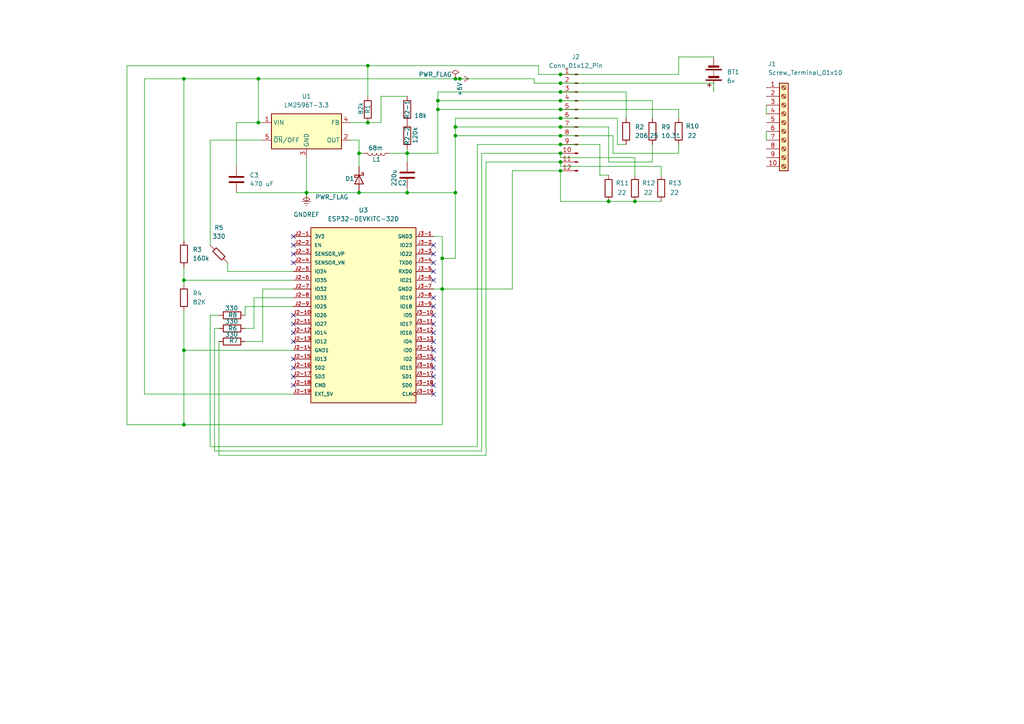
<source format=kicad_sch>
(kicad_sch
	(version 20231120)
	(generator "eeschema")
	(generator_version "8.0")
	(uuid "64edfe95-5b7a-4811-bcae-3925222d130f")
	(paper "A4")
	(lib_symbols
		(symbol "Connector:Conn_01x12_Pin"
			(pin_names
				(offset 1.016) hide)
			(exclude_from_sim no)
			(in_bom yes)
			(on_board yes)
			(property "Reference" "J"
				(at 0 15.24 0)
				(effects
					(font
						(size 1.27 1.27)
					)
				)
			)
			(property "Value" "Conn_01x12_Pin"
				(at 0 -17.78 0)
				(effects
					(font
						(size 1.27 1.27)
					)
				)
			)
			(property "Footprint" ""
				(at 0 0 0)
				(effects
					(font
						(size 1.27 1.27)
					)
					(hide yes)
				)
			)
			(property "Datasheet" "~"
				(at 0 0 0)
				(effects
					(font
						(size 1.27 1.27)
					)
					(hide yes)
				)
			)
			(property "Description" "Generic connector, single row, 01x12, script generated"
				(at 0 0 0)
				(effects
					(font
						(size 1.27 1.27)
					)
					(hide yes)
				)
			)
			(property "ki_locked" ""
				(at 0 0 0)
				(effects
					(font
						(size 1.27 1.27)
					)
				)
			)
			(property "ki_keywords" "connector"
				(at 0 0 0)
				(effects
					(font
						(size 1.27 1.27)
					)
					(hide yes)
				)
			)
			(property "ki_fp_filters" "Connector*:*_1x??_*"
				(at 0 0 0)
				(effects
					(font
						(size 1.27 1.27)
					)
					(hide yes)
				)
			)
			(symbol "Conn_01x12_Pin_1_1"
				(polyline
					(pts
						(xy 1.27 -15.24) (xy 0.8636 -15.24)
					)
					(stroke
						(width 0.1524)
						(type default)
					)
					(fill
						(type none)
					)
				)
				(polyline
					(pts
						(xy 1.27 -12.7) (xy 0.8636 -12.7)
					)
					(stroke
						(width 0.1524)
						(type default)
					)
					(fill
						(type none)
					)
				)
				(polyline
					(pts
						(xy 1.27 -10.16) (xy 0.8636 -10.16)
					)
					(stroke
						(width 0.1524)
						(type default)
					)
					(fill
						(type none)
					)
				)
				(polyline
					(pts
						(xy 1.27 -7.62) (xy 0.8636 -7.62)
					)
					(stroke
						(width 0.1524)
						(type default)
					)
					(fill
						(type none)
					)
				)
				(polyline
					(pts
						(xy 1.27 -5.08) (xy 0.8636 -5.08)
					)
					(stroke
						(width 0.1524)
						(type default)
					)
					(fill
						(type none)
					)
				)
				(polyline
					(pts
						(xy 1.27 -2.54) (xy 0.8636 -2.54)
					)
					(stroke
						(width 0.1524)
						(type default)
					)
					(fill
						(type none)
					)
				)
				(polyline
					(pts
						(xy 1.27 0) (xy 0.8636 0)
					)
					(stroke
						(width 0.1524)
						(type default)
					)
					(fill
						(type none)
					)
				)
				(polyline
					(pts
						(xy 1.27 2.54) (xy 0.8636 2.54)
					)
					(stroke
						(width 0.1524)
						(type default)
					)
					(fill
						(type none)
					)
				)
				(polyline
					(pts
						(xy 1.27 5.08) (xy 0.8636 5.08)
					)
					(stroke
						(width 0.1524)
						(type default)
					)
					(fill
						(type none)
					)
				)
				(polyline
					(pts
						(xy 1.27 7.62) (xy 0.8636 7.62)
					)
					(stroke
						(width 0.1524)
						(type default)
					)
					(fill
						(type none)
					)
				)
				(polyline
					(pts
						(xy 1.27 10.16) (xy 0.8636 10.16)
					)
					(stroke
						(width 0.1524)
						(type default)
					)
					(fill
						(type none)
					)
				)
				(polyline
					(pts
						(xy 1.27 12.7) (xy 0.8636 12.7)
					)
					(stroke
						(width 0.1524)
						(type default)
					)
					(fill
						(type none)
					)
				)
				(rectangle
					(start 0.8636 -15.113)
					(end 0 -15.367)
					(stroke
						(width 0.1524)
						(type default)
					)
					(fill
						(type outline)
					)
				)
				(rectangle
					(start 0.8636 -12.573)
					(end 0 -12.827)
					(stroke
						(width 0.1524)
						(type default)
					)
					(fill
						(type outline)
					)
				)
				(rectangle
					(start 0.8636 -10.033)
					(end 0 -10.287)
					(stroke
						(width 0.1524)
						(type default)
					)
					(fill
						(type outline)
					)
				)
				(rectangle
					(start 0.8636 -7.493)
					(end 0 -7.747)
					(stroke
						(width 0.1524)
						(type default)
					)
					(fill
						(type outline)
					)
				)
				(rectangle
					(start 0.8636 -4.953)
					(end 0 -5.207)
					(stroke
						(width 0.1524)
						(type default)
					)
					(fill
						(type outline)
					)
				)
				(rectangle
					(start 0.8636 -2.413)
					(end 0 -2.667)
					(stroke
						(width 0.1524)
						(type default)
					)
					(fill
						(type outline)
					)
				)
				(rectangle
					(start 0.8636 0.127)
					(end 0 -0.127)
					(stroke
						(width 0.1524)
						(type default)
					)
					(fill
						(type outline)
					)
				)
				(rectangle
					(start 0.8636 2.667)
					(end 0 2.413)
					(stroke
						(width 0.1524)
						(type default)
					)
					(fill
						(type outline)
					)
				)
				(rectangle
					(start 0.8636 5.207)
					(end 0 4.953)
					(stroke
						(width 0.1524)
						(type default)
					)
					(fill
						(type outline)
					)
				)
				(rectangle
					(start 0.8636 7.747)
					(end 0 7.493)
					(stroke
						(width 0.1524)
						(type default)
					)
					(fill
						(type outline)
					)
				)
				(rectangle
					(start 0.8636 10.287)
					(end 0 10.033)
					(stroke
						(width 0.1524)
						(type default)
					)
					(fill
						(type outline)
					)
				)
				(rectangle
					(start 0.8636 12.827)
					(end 0 12.573)
					(stroke
						(width 0.1524)
						(type default)
					)
					(fill
						(type outline)
					)
				)
				(pin passive line
					(at 5.08 12.7 180)
					(length 3.81)
					(name "Pin_1"
						(effects
							(font
								(size 1.27 1.27)
							)
						)
					)
					(number "1"
						(effects
							(font
								(size 1.27 1.27)
							)
						)
					)
				)
				(pin passive line
					(at 5.08 -10.16 180)
					(length 3.81)
					(name "Pin_10"
						(effects
							(font
								(size 1.27 1.27)
							)
						)
					)
					(number "10"
						(effects
							(font
								(size 1.27 1.27)
							)
						)
					)
				)
				(pin passive line
					(at 5.08 -12.7 180)
					(length 3.81)
					(name "Pin_11"
						(effects
							(font
								(size 1.27 1.27)
							)
						)
					)
					(number "11"
						(effects
							(font
								(size 1.27 1.27)
							)
						)
					)
				)
				(pin passive line
					(at 5.08 -15.24 180)
					(length 3.81)
					(name "Pin_12"
						(effects
							(font
								(size 1.27 1.27)
							)
						)
					)
					(number "12"
						(effects
							(font
								(size 1.27 1.27)
							)
						)
					)
				)
				(pin passive line
					(at 5.08 10.16 180)
					(length 3.81)
					(name "Pin_2"
						(effects
							(font
								(size 1.27 1.27)
							)
						)
					)
					(number "2"
						(effects
							(font
								(size 1.27 1.27)
							)
						)
					)
				)
				(pin passive line
					(at 5.08 7.62 180)
					(length 3.81)
					(name "Pin_3"
						(effects
							(font
								(size 1.27 1.27)
							)
						)
					)
					(number "3"
						(effects
							(font
								(size 1.27 1.27)
							)
						)
					)
				)
				(pin passive line
					(at 5.08 5.08 180)
					(length 3.81)
					(name "Pin_4"
						(effects
							(font
								(size 1.27 1.27)
							)
						)
					)
					(number "4"
						(effects
							(font
								(size 1.27 1.27)
							)
						)
					)
				)
				(pin passive line
					(at 5.08 2.54 180)
					(length 3.81)
					(name "Pin_5"
						(effects
							(font
								(size 1.27 1.27)
							)
						)
					)
					(number "5"
						(effects
							(font
								(size 1.27 1.27)
							)
						)
					)
				)
				(pin passive line
					(at 5.08 0 180)
					(length 3.81)
					(name "Pin_6"
						(effects
							(font
								(size 1.27 1.27)
							)
						)
					)
					(number "6"
						(effects
							(font
								(size 1.27 1.27)
							)
						)
					)
				)
				(pin passive line
					(at 5.08 -2.54 180)
					(length 3.81)
					(name "Pin_7"
						(effects
							(font
								(size 1.27 1.27)
							)
						)
					)
					(number "7"
						(effects
							(font
								(size 1.27 1.27)
							)
						)
					)
				)
				(pin passive line
					(at 5.08 -5.08 180)
					(length 3.81)
					(name "Pin_8"
						(effects
							(font
								(size 1.27 1.27)
							)
						)
					)
					(number "8"
						(effects
							(font
								(size 1.27 1.27)
							)
						)
					)
				)
				(pin passive line
					(at 5.08 -7.62 180)
					(length 3.81)
					(name "Pin_9"
						(effects
							(font
								(size 1.27 1.27)
							)
						)
					)
					(number "9"
						(effects
							(font
								(size 1.27 1.27)
							)
						)
					)
				)
			)
		)
		(symbol "Connector:Screw_Terminal_01x10"
			(pin_names
				(offset 1.016) hide)
			(exclude_from_sim no)
			(in_bom yes)
			(on_board yes)
			(property "Reference" "J"
				(at 0 12.7 0)
				(effects
					(font
						(size 1.27 1.27)
					)
				)
			)
			(property "Value" "Screw_Terminal_01x10"
				(at 0 -15.24 0)
				(effects
					(font
						(size 1.27 1.27)
					)
				)
			)
			(property "Footprint" ""
				(at 0 0 0)
				(effects
					(font
						(size 1.27 1.27)
					)
					(hide yes)
				)
			)
			(property "Datasheet" "~"
				(at 0 0 0)
				(effects
					(font
						(size 1.27 1.27)
					)
					(hide yes)
				)
			)
			(property "Description" "Generic screw terminal, single row, 01x10, script generated (kicad-library-utils/schlib/autogen/connector/)"
				(at 0 0 0)
				(effects
					(font
						(size 1.27 1.27)
					)
					(hide yes)
				)
			)
			(property "ki_keywords" "screw terminal"
				(at 0 0 0)
				(effects
					(font
						(size 1.27 1.27)
					)
					(hide yes)
				)
			)
			(property "ki_fp_filters" "TerminalBlock*:*"
				(at 0 0 0)
				(effects
					(font
						(size 1.27 1.27)
					)
					(hide yes)
				)
			)
			(symbol "Screw_Terminal_01x10_1_1"
				(rectangle
					(start -1.27 11.43)
					(end 1.27 -13.97)
					(stroke
						(width 0.254)
						(type default)
					)
					(fill
						(type background)
					)
				)
				(circle
					(center 0 -12.7)
					(radius 0.635)
					(stroke
						(width 0.1524)
						(type default)
					)
					(fill
						(type none)
					)
				)
				(circle
					(center 0 -10.16)
					(radius 0.635)
					(stroke
						(width 0.1524)
						(type default)
					)
					(fill
						(type none)
					)
				)
				(circle
					(center 0 -7.62)
					(radius 0.635)
					(stroke
						(width 0.1524)
						(type default)
					)
					(fill
						(type none)
					)
				)
				(circle
					(center 0 -5.08)
					(radius 0.635)
					(stroke
						(width 0.1524)
						(type default)
					)
					(fill
						(type none)
					)
				)
				(circle
					(center 0 -2.54)
					(radius 0.635)
					(stroke
						(width 0.1524)
						(type default)
					)
					(fill
						(type none)
					)
				)
				(polyline
					(pts
						(xy -0.5334 -12.3698) (xy 0.3302 -13.208)
					)
					(stroke
						(width 0.1524)
						(type default)
					)
					(fill
						(type none)
					)
				)
				(polyline
					(pts
						(xy -0.5334 -9.8298) (xy 0.3302 -10.668)
					)
					(stroke
						(width 0.1524)
						(type default)
					)
					(fill
						(type none)
					)
				)
				(polyline
					(pts
						(xy -0.5334 -7.2898) (xy 0.3302 -8.128)
					)
					(stroke
						(width 0.1524)
						(type default)
					)
					(fill
						(type none)
					)
				)
				(polyline
					(pts
						(xy -0.5334 -4.7498) (xy 0.3302 -5.588)
					)
					(stroke
						(width 0.1524)
						(type default)
					)
					(fill
						(type none)
					)
				)
				(polyline
					(pts
						(xy -0.5334 -2.2098) (xy 0.3302 -3.048)
					)
					(stroke
						(width 0.1524)
						(type default)
					)
					(fill
						(type none)
					)
				)
				(polyline
					(pts
						(xy -0.5334 0.3302) (xy 0.3302 -0.508)
					)
					(stroke
						(width 0.1524)
						(type default)
					)
					(fill
						(type none)
					)
				)
				(polyline
					(pts
						(xy -0.5334 2.8702) (xy 0.3302 2.032)
					)
					(stroke
						(width 0.1524)
						(type default)
					)
					(fill
						(type none)
					)
				)
				(polyline
					(pts
						(xy -0.5334 5.4102) (xy 0.3302 4.572)
					)
					(stroke
						(width 0.1524)
						(type default)
					)
					(fill
						(type none)
					)
				)
				(polyline
					(pts
						(xy -0.5334 7.9502) (xy 0.3302 7.112)
					)
					(stroke
						(width 0.1524)
						(type default)
					)
					(fill
						(type none)
					)
				)
				(polyline
					(pts
						(xy -0.5334 10.4902) (xy 0.3302 9.652)
					)
					(stroke
						(width 0.1524)
						(type default)
					)
					(fill
						(type none)
					)
				)
				(polyline
					(pts
						(xy -0.3556 -12.192) (xy 0.508 -13.0302)
					)
					(stroke
						(width 0.1524)
						(type default)
					)
					(fill
						(type none)
					)
				)
				(polyline
					(pts
						(xy -0.3556 -9.652) (xy 0.508 -10.4902)
					)
					(stroke
						(width 0.1524)
						(type default)
					)
					(fill
						(type none)
					)
				)
				(polyline
					(pts
						(xy -0.3556 -7.112) (xy 0.508 -7.9502)
					)
					(stroke
						(width 0.1524)
						(type default)
					)
					(fill
						(type none)
					)
				)
				(polyline
					(pts
						(xy -0.3556 -4.572) (xy 0.508 -5.4102)
					)
					(stroke
						(width 0.1524)
						(type default)
					)
					(fill
						(type none)
					)
				)
				(polyline
					(pts
						(xy -0.3556 -2.032) (xy 0.508 -2.8702)
					)
					(stroke
						(width 0.1524)
						(type default)
					)
					(fill
						(type none)
					)
				)
				(polyline
					(pts
						(xy -0.3556 0.508) (xy 0.508 -0.3302)
					)
					(stroke
						(width 0.1524)
						(type default)
					)
					(fill
						(type none)
					)
				)
				(polyline
					(pts
						(xy -0.3556 3.048) (xy 0.508 2.2098)
					)
					(stroke
						(width 0.1524)
						(type default)
					)
					(fill
						(type none)
					)
				)
				(polyline
					(pts
						(xy -0.3556 5.588) (xy 0.508 4.7498)
					)
					(stroke
						(width 0.1524)
						(type default)
					)
					(fill
						(type none)
					)
				)
				(polyline
					(pts
						(xy -0.3556 8.128) (xy 0.508 7.2898)
					)
					(stroke
						(width 0.1524)
						(type default)
					)
					(fill
						(type none)
					)
				)
				(polyline
					(pts
						(xy -0.3556 10.668) (xy 0.508 9.8298)
					)
					(stroke
						(width 0.1524)
						(type default)
					)
					(fill
						(type none)
					)
				)
				(circle
					(center 0 0)
					(radius 0.635)
					(stroke
						(width 0.1524)
						(type default)
					)
					(fill
						(type none)
					)
				)
				(circle
					(center 0 2.54)
					(radius 0.635)
					(stroke
						(width 0.1524)
						(type default)
					)
					(fill
						(type none)
					)
				)
				(circle
					(center 0 5.08)
					(radius 0.635)
					(stroke
						(width 0.1524)
						(type default)
					)
					(fill
						(type none)
					)
				)
				(circle
					(center 0 7.62)
					(radius 0.635)
					(stroke
						(width 0.1524)
						(type default)
					)
					(fill
						(type none)
					)
				)
				(circle
					(center 0 10.16)
					(radius 0.635)
					(stroke
						(width 0.1524)
						(type default)
					)
					(fill
						(type none)
					)
				)
				(pin passive line
					(at -5.08 10.16 0)
					(length 3.81)
					(name "Pin_1"
						(effects
							(font
								(size 1.27 1.27)
							)
						)
					)
					(number "1"
						(effects
							(font
								(size 1.27 1.27)
							)
						)
					)
				)
				(pin passive line
					(at -5.08 -12.7 0)
					(length 3.81)
					(name "Pin_10"
						(effects
							(font
								(size 1.27 1.27)
							)
						)
					)
					(number "10"
						(effects
							(font
								(size 1.27 1.27)
							)
						)
					)
				)
				(pin passive line
					(at -5.08 7.62 0)
					(length 3.81)
					(name "Pin_2"
						(effects
							(font
								(size 1.27 1.27)
							)
						)
					)
					(number "2"
						(effects
							(font
								(size 1.27 1.27)
							)
						)
					)
				)
				(pin passive line
					(at -5.08 5.08 0)
					(length 3.81)
					(name "Pin_3"
						(effects
							(font
								(size 1.27 1.27)
							)
						)
					)
					(number "3"
						(effects
							(font
								(size 1.27 1.27)
							)
						)
					)
				)
				(pin passive line
					(at -5.08 2.54 0)
					(length 3.81)
					(name "Pin_4"
						(effects
							(font
								(size 1.27 1.27)
							)
						)
					)
					(number "4"
						(effects
							(font
								(size 1.27 1.27)
							)
						)
					)
				)
				(pin passive line
					(at -5.08 0 0)
					(length 3.81)
					(name "Pin_5"
						(effects
							(font
								(size 1.27 1.27)
							)
						)
					)
					(number "5"
						(effects
							(font
								(size 1.27 1.27)
							)
						)
					)
				)
				(pin passive line
					(at -5.08 -2.54 0)
					(length 3.81)
					(name "Pin_6"
						(effects
							(font
								(size 1.27 1.27)
							)
						)
					)
					(number "6"
						(effects
							(font
								(size 1.27 1.27)
							)
						)
					)
				)
				(pin passive line
					(at -5.08 -5.08 0)
					(length 3.81)
					(name "Pin_7"
						(effects
							(font
								(size 1.27 1.27)
							)
						)
					)
					(number "7"
						(effects
							(font
								(size 1.27 1.27)
							)
						)
					)
				)
				(pin passive line
					(at -5.08 -7.62 0)
					(length 3.81)
					(name "Pin_8"
						(effects
							(font
								(size 1.27 1.27)
							)
						)
					)
					(number "8"
						(effects
							(font
								(size 1.27 1.27)
							)
						)
					)
				)
				(pin passive line
					(at -5.08 -10.16 0)
					(length 3.81)
					(name "Pin_9"
						(effects
							(font
								(size 1.27 1.27)
							)
						)
					)
					(number "9"
						(effects
							(font
								(size 1.27 1.27)
							)
						)
					)
				)
			)
		)
		(symbol "Device:Battery"
			(pin_numbers hide)
			(pin_names
				(offset 0) hide)
			(exclude_from_sim no)
			(in_bom yes)
			(on_board yes)
			(property "Reference" "BT"
				(at 2.54 2.54 0)
				(effects
					(font
						(size 1.27 1.27)
					)
					(justify left)
				)
			)
			(property "Value" "Battery"
				(at 2.54 0 0)
				(effects
					(font
						(size 1.27 1.27)
					)
					(justify left)
				)
			)
			(property "Footprint" ""
				(at 0 1.524 90)
				(effects
					(font
						(size 1.27 1.27)
					)
					(hide yes)
				)
			)
			(property "Datasheet" "~"
				(at 0 1.524 90)
				(effects
					(font
						(size 1.27 1.27)
					)
					(hide yes)
				)
			)
			(property "Description" "Multiple-cell battery"
				(at 0 0 0)
				(effects
					(font
						(size 1.27 1.27)
					)
					(hide yes)
				)
			)
			(property "ki_keywords" "batt voltage-source cell"
				(at 0 0 0)
				(effects
					(font
						(size 1.27 1.27)
					)
					(hide yes)
				)
			)
			(symbol "Battery_0_1"
				(rectangle
					(start -2.286 -1.27)
					(end 2.286 -1.524)
					(stroke
						(width 0)
						(type default)
					)
					(fill
						(type outline)
					)
				)
				(rectangle
					(start -2.286 1.778)
					(end 2.286 1.524)
					(stroke
						(width 0)
						(type default)
					)
					(fill
						(type outline)
					)
				)
				(rectangle
					(start -1.524 -2.032)
					(end 1.524 -2.54)
					(stroke
						(width 0)
						(type default)
					)
					(fill
						(type outline)
					)
				)
				(rectangle
					(start -1.524 1.016)
					(end 1.524 0.508)
					(stroke
						(width 0)
						(type default)
					)
					(fill
						(type outline)
					)
				)
				(polyline
					(pts
						(xy 0 -1.016) (xy 0 -0.762)
					)
					(stroke
						(width 0)
						(type default)
					)
					(fill
						(type none)
					)
				)
				(polyline
					(pts
						(xy 0 -0.508) (xy 0 -0.254)
					)
					(stroke
						(width 0)
						(type default)
					)
					(fill
						(type none)
					)
				)
				(polyline
					(pts
						(xy 0 0) (xy 0 0.254)
					)
					(stroke
						(width 0)
						(type default)
					)
					(fill
						(type none)
					)
				)
				(polyline
					(pts
						(xy 0 1.778) (xy 0 2.54)
					)
					(stroke
						(width 0)
						(type default)
					)
					(fill
						(type none)
					)
				)
				(polyline
					(pts
						(xy 0.762 3.048) (xy 1.778 3.048)
					)
					(stroke
						(width 0.254)
						(type default)
					)
					(fill
						(type none)
					)
				)
				(polyline
					(pts
						(xy 1.27 3.556) (xy 1.27 2.54)
					)
					(stroke
						(width 0.254)
						(type default)
					)
					(fill
						(type none)
					)
				)
			)
			(symbol "Battery_1_1"
				(pin passive line
					(at 0 5.08 270)
					(length 2.54)
					(name "+"
						(effects
							(font
								(size 1.27 1.27)
							)
						)
					)
					(number "1"
						(effects
							(font
								(size 1.27 1.27)
							)
						)
					)
				)
				(pin passive line
					(at 0 -5.08 90)
					(length 2.54)
					(name "-"
						(effects
							(font
								(size 1.27 1.27)
							)
						)
					)
					(number "2"
						(effects
							(font
								(size 1.27 1.27)
							)
						)
					)
				)
			)
		)
		(symbol "Device:C"
			(pin_numbers hide)
			(pin_names
				(offset 0.254)
			)
			(exclude_from_sim no)
			(in_bom yes)
			(on_board yes)
			(property "Reference" "C"
				(at 0.635 2.54 0)
				(effects
					(font
						(size 1.27 1.27)
					)
					(justify left)
				)
			)
			(property "Value" "C"
				(at 0.635 -2.54 0)
				(effects
					(font
						(size 1.27 1.27)
					)
					(justify left)
				)
			)
			(property "Footprint" ""
				(at 0.9652 -3.81 0)
				(effects
					(font
						(size 1.27 1.27)
					)
					(hide yes)
				)
			)
			(property "Datasheet" "~"
				(at 0 0 0)
				(effects
					(font
						(size 1.27 1.27)
					)
					(hide yes)
				)
			)
			(property "Description" "Unpolarized capacitor"
				(at 0 0 0)
				(effects
					(font
						(size 1.27 1.27)
					)
					(hide yes)
				)
			)
			(property "ki_keywords" "cap capacitor"
				(at 0 0 0)
				(effects
					(font
						(size 1.27 1.27)
					)
					(hide yes)
				)
			)
			(property "ki_fp_filters" "C_*"
				(at 0 0 0)
				(effects
					(font
						(size 1.27 1.27)
					)
					(hide yes)
				)
			)
			(symbol "C_0_1"
				(polyline
					(pts
						(xy -2.032 -0.762) (xy 2.032 -0.762)
					)
					(stroke
						(width 0.508)
						(type default)
					)
					(fill
						(type none)
					)
				)
				(polyline
					(pts
						(xy -2.032 0.762) (xy 2.032 0.762)
					)
					(stroke
						(width 0.508)
						(type default)
					)
					(fill
						(type none)
					)
				)
			)
			(symbol "C_1_1"
				(pin passive line
					(at 0 3.81 270)
					(length 2.794)
					(name "~"
						(effects
							(font
								(size 1.27 1.27)
							)
						)
					)
					(number "1"
						(effects
							(font
								(size 1.27 1.27)
							)
						)
					)
				)
				(pin passive line
					(at 0 -3.81 90)
					(length 2.794)
					(name "~"
						(effects
							(font
								(size 1.27 1.27)
							)
						)
					)
					(number "2"
						(effects
							(font
								(size 1.27 1.27)
							)
						)
					)
				)
			)
		)
		(symbol "Device:D_Schottky"
			(pin_numbers hide)
			(pin_names
				(offset 1.016) hide)
			(exclude_from_sim no)
			(in_bom yes)
			(on_board yes)
			(property "Reference" "D"
				(at 0 2.54 0)
				(effects
					(font
						(size 1.27 1.27)
					)
				)
			)
			(property "Value" "D_Schottky"
				(at 0 -2.54 0)
				(effects
					(font
						(size 1.27 1.27)
					)
				)
			)
			(property "Footprint" ""
				(at 0 0 0)
				(effects
					(font
						(size 1.27 1.27)
					)
					(hide yes)
				)
			)
			(property "Datasheet" "~"
				(at 0 0 0)
				(effects
					(font
						(size 1.27 1.27)
					)
					(hide yes)
				)
			)
			(property "Description" "Schottky diode"
				(at 0 0 0)
				(effects
					(font
						(size 1.27 1.27)
					)
					(hide yes)
				)
			)
			(property "ki_keywords" "diode Schottky"
				(at 0 0 0)
				(effects
					(font
						(size 1.27 1.27)
					)
					(hide yes)
				)
			)
			(property "ki_fp_filters" "TO-???* *_Diode_* *SingleDiode* D_*"
				(at 0 0 0)
				(effects
					(font
						(size 1.27 1.27)
					)
					(hide yes)
				)
			)
			(symbol "D_Schottky_0_1"
				(polyline
					(pts
						(xy 1.27 0) (xy -1.27 0)
					)
					(stroke
						(width 0)
						(type default)
					)
					(fill
						(type none)
					)
				)
				(polyline
					(pts
						(xy 1.27 1.27) (xy 1.27 -1.27) (xy -1.27 0) (xy 1.27 1.27)
					)
					(stroke
						(width 0.254)
						(type default)
					)
					(fill
						(type none)
					)
				)
				(polyline
					(pts
						(xy -1.905 0.635) (xy -1.905 1.27) (xy -1.27 1.27) (xy -1.27 -1.27) (xy -0.635 -1.27) (xy -0.635 -0.635)
					)
					(stroke
						(width 0.254)
						(type default)
					)
					(fill
						(type none)
					)
				)
			)
			(symbol "D_Schottky_1_1"
				(pin passive line
					(at -3.81 0 0)
					(length 2.54)
					(name "K"
						(effects
							(font
								(size 1.27 1.27)
							)
						)
					)
					(number "1"
						(effects
							(font
								(size 1.27 1.27)
							)
						)
					)
				)
				(pin passive line
					(at 3.81 0 180)
					(length 2.54)
					(name "A"
						(effects
							(font
								(size 1.27 1.27)
							)
						)
					)
					(number "2"
						(effects
							(font
								(size 1.27 1.27)
							)
						)
					)
				)
			)
		)
		(symbol "Device:L"
			(pin_numbers hide)
			(pin_names
				(offset 1.016) hide)
			(exclude_from_sim no)
			(in_bom yes)
			(on_board yes)
			(property "Reference" "L"
				(at -1.27 0 90)
				(effects
					(font
						(size 1.27 1.27)
					)
				)
			)
			(property "Value" "L"
				(at 1.905 0 90)
				(effects
					(font
						(size 1.27 1.27)
					)
				)
			)
			(property "Footprint" ""
				(at 0 0 0)
				(effects
					(font
						(size 1.27 1.27)
					)
					(hide yes)
				)
			)
			(property "Datasheet" "~"
				(at 0 0 0)
				(effects
					(font
						(size 1.27 1.27)
					)
					(hide yes)
				)
			)
			(property "Description" "Inductor"
				(at 0 0 0)
				(effects
					(font
						(size 1.27 1.27)
					)
					(hide yes)
				)
			)
			(property "ki_keywords" "inductor choke coil reactor magnetic"
				(at 0 0 0)
				(effects
					(font
						(size 1.27 1.27)
					)
					(hide yes)
				)
			)
			(property "ki_fp_filters" "Choke_* *Coil* Inductor_* L_*"
				(at 0 0 0)
				(effects
					(font
						(size 1.27 1.27)
					)
					(hide yes)
				)
			)
			(symbol "L_0_1"
				(arc
					(start 0 -2.54)
					(mid 0.6323 -1.905)
					(end 0 -1.27)
					(stroke
						(width 0)
						(type default)
					)
					(fill
						(type none)
					)
				)
				(arc
					(start 0 -1.27)
					(mid 0.6323 -0.635)
					(end 0 0)
					(stroke
						(width 0)
						(type default)
					)
					(fill
						(type none)
					)
				)
				(arc
					(start 0 0)
					(mid 0.6323 0.635)
					(end 0 1.27)
					(stroke
						(width 0)
						(type default)
					)
					(fill
						(type none)
					)
				)
				(arc
					(start 0 1.27)
					(mid 0.6323 1.905)
					(end 0 2.54)
					(stroke
						(width 0)
						(type default)
					)
					(fill
						(type none)
					)
				)
			)
			(symbol "L_1_1"
				(pin passive line
					(at 0 3.81 270)
					(length 1.27)
					(name "1"
						(effects
							(font
								(size 1.27 1.27)
							)
						)
					)
					(number "1"
						(effects
							(font
								(size 1.27 1.27)
							)
						)
					)
				)
				(pin passive line
					(at 0 -3.81 90)
					(length 1.27)
					(name "2"
						(effects
							(font
								(size 1.27 1.27)
							)
						)
					)
					(number "2"
						(effects
							(font
								(size 1.27 1.27)
							)
						)
					)
				)
			)
		)
		(symbol "Device:R"
			(pin_numbers hide)
			(pin_names
				(offset 0)
			)
			(exclude_from_sim no)
			(in_bom yes)
			(on_board yes)
			(property "Reference" "R"
				(at 2.032 0 90)
				(effects
					(font
						(size 1.27 1.27)
					)
				)
			)
			(property "Value" "R"
				(at 0 0 90)
				(effects
					(font
						(size 1.27 1.27)
					)
				)
			)
			(property "Footprint" ""
				(at -1.778 0 90)
				(effects
					(font
						(size 1.27 1.27)
					)
					(hide yes)
				)
			)
			(property "Datasheet" "~"
				(at 0 0 0)
				(effects
					(font
						(size 1.27 1.27)
					)
					(hide yes)
				)
			)
			(property "Description" "Resistor"
				(at 0 0 0)
				(effects
					(font
						(size 1.27 1.27)
					)
					(hide yes)
				)
			)
			(property "ki_keywords" "R res resistor"
				(at 0 0 0)
				(effects
					(font
						(size 1.27 1.27)
					)
					(hide yes)
				)
			)
			(property "ki_fp_filters" "R_*"
				(at 0 0 0)
				(effects
					(font
						(size 1.27 1.27)
					)
					(hide yes)
				)
			)
			(symbol "R_0_1"
				(rectangle
					(start -1.016 -2.54)
					(end 1.016 2.54)
					(stroke
						(width 0.254)
						(type default)
					)
					(fill
						(type none)
					)
				)
			)
			(symbol "R_1_1"
				(pin passive line
					(at 0 3.81 270)
					(length 1.27)
					(name "~"
						(effects
							(font
								(size 1.27 1.27)
							)
						)
					)
					(number "1"
						(effects
							(font
								(size 1.27 1.27)
							)
						)
					)
				)
				(pin passive line
					(at 0 -3.81 90)
					(length 1.27)
					(name "~"
						(effects
							(font
								(size 1.27 1.27)
							)
						)
					)
					(number "2"
						(effects
							(font
								(size 1.27 1.27)
							)
						)
					)
				)
			)
		)
		(symbol "Device:R_45deg"
			(pin_numbers hide)
			(pin_names
				(offset 0)
			)
			(exclude_from_sim no)
			(in_bom yes)
			(on_board yes)
			(property "Reference" "R"
				(at 5.08 2.54 0)
				(effects
					(font
						(size 1.27 1.27)
					)
				)
			)
			(property "Value" "R_45deg"
				(at 8.255 0.635 0)
				(effects
					(font
						(size 1.27 1.27)
					)
				)
			)
			(property "Footprint" ""
				(at 0 -1.778 0)
				(effects
					(font
						(size 1.27 1.27)
					)
					(hide yes)
				)
			)
			(property "Datasheet" "~"
				(at 0 0 0)
				(effects
					(font
						(size 1.27 1.27)
					)
					(hide yes)
				)
			)
			(property "Description" "Resistor, rotated by 45°"
				(at 0 0 0)
				(effects
					(font
						(size 1.27 1.27)
					)
					(hide yes)
				)
			)
			(property "ki_keywords" "R res resistor diagonal"
				(at 0 0 0)
				(effects
					(font
						(size 1.27 1.27)
					)
					(hide yes)
				)
			)
			(property "ki_fp_filters" "R_*"
				(at 0 0 0)
				(effects
					(font
						(size 1.27 1.27)
					)
					(hide yes)
				)
			)
			(symbol "R_45deg_0_1"
				(polyline
					(pts
						(xy -2.54 2.54) (xy -1.27 1.27)
					)
					(stroke
						(width 0)
						(type default)
					)
					(fill
						(type none)
					)
				)
				(polyline
					(pts
						(xy 1.27 -1.27) (xy 2.54 -2.54)
					)
					(stroke
						(width 0)
						(type default)
					)
					(fill
						(type none)
					)
				)
			)
			(symbol "R_45deg_1_1"
				(polyline
					(pts
						(xy -1.778 0.762) (xy 0.762 -1.778) (xy 1.778 -0.762) (xy -0.762 1.778) (xy -1.778 0.762)
					)
					(stroke
						(width 0.254)
						(type default)
					)
					(fill
						(type none)
					)
				)
				(pin passive line
					(at -2.54 2.54 0)
					(length 0)
					(name "~"
						(effects
							(font
								(size 1.27 1.27)
							)
						)
					)
					(number "1"
						(effects
							(font
								(size 1.27 1.27)
							)
						)
					)
				)
				(pin passive line
					(at 2.54 -2.54 180)
					(length 0)
					(name "~"
						(effects
							(font
								(size 1.27 1.27)
							)
						)
					)
					(number "2"
						(effects
							(font
								(size 1.27 1.27)
							)
						)
					)
				)
			)
		)
		(symbol "ESP32-DEVKITC-32D_1"
			(pin_names
				(offset 1.016)
			)
			(exclude_from_sim no)
			(in_bom yes)
			(on_board yes)
			(property "Reference" "U"
				(at -15.2572 26.0643 0)
				(effects
					(font
						(size 1.27 1.27)
					)
					(justify left bottom)
				)
			)
			(property "Value" "ESP32-DEVKITC-32D"
				(at -15.2563 -27.9698 0)
				(effects
					(font
						(size 1.27 1.27)
					)
					(justify left bottom)
				)
			)
			(property "Footprint" "ESP32-DEVKITC-32D:MODULE_ESP32-DEVKITC-32D"
				(at 0 0 0)
				(effects
					(font
						(size 1.27 1.27)
					)
					(justify bottom)
					(hide yes)
				)
			)
			(property "Datasheet" ""
				(at 0 0 0)
				(effects
					(font
						(size 1.27 1.27)
					)
					(hide yes)
				)
			)
			(property "Description" ""
				(at 0 0 0)
				(effects
					(font
						(size 1.27 1.27)
					)
					(hide yes)
				)
			)
			(property "MF" "Espressif Systems"
				(at 0 0 0)
				(effects
					(font
						(size 1.27 1.27)
					)
					(justify bottom)
					(hide yes)
				)
			)
			(property "MAXIMUM_PACKAGE_HEIGHT" "N/A"
				(at 0 0 0)
				(effects
					(font
						(size 1.27 1.27)
					)
					(justify bottom)
					(hide yes)
				)
			)
			(property "Package" "None"
				(at 0 0 0)
				(effects
					(font
						(size 1.27 1.27)
					)
					(justify bottom)
					(hide yes)
				)
			)
			(property "Price" "None"
				(at 0 0 0)
				(effects
					(font
						(size 1.27 1.27)
					)
					(justify bottom)
					(hide yes)
				)
			)
			(property "Check_prices" "https://www.snapeda.com/parts/ESP32-DEVKITC-32D/Espressif+Systems/view-part/?ref=eda"
				(at 0 0 0)
				(effects
					(font
						(size 1.27 1.27)
					)
					(justify bottom)
					(hide yes)
				)
			)
			(property "STANDARD" "Manufacturer Recommendations"
				(at 0 0 0)
				(effects
					(font
						(size 1.27 1.27)
					)
					(justify bottom)
					(hide yes)
				)
			)
			(property "PARTREV" "V4"
				(at 0 0 0)
				(effects
					(font
						(size 1.27 1.27)
					)
					(justify bottom)
					(hide yes)
				)
			)
			(property "SnapEDA_Link" "https://www.snapeda.com/parts/ESP32-DEVKITC-32D/Espressif+Systems/view-part/?ref=snap"
				(at 0 0 0)
				(effects
					(font
						(size 1.27 1.27)
					)
					(justify bottom)
					(hide yes)
				)
			)
			(property "MP" "ESP32-DEVKITC-32D"
				(at 0 0 0)
				(effects
					(font
						(size 1.27 1.27)
					)
					(justify bottom)
					(hide yes)
				)
			)
			(property "Description_1" "\n                        \n                            WiFi Development Tools (802.11) ESP32 General Development Kit, ESP32-WROOM-32D on the board\n                        \n"
				(at 0 0 0)
				(effects
					(font
						(size 1.27 1.27)
					)
					(justify bottom)
					(hide yes)
				)
			)
			(property "MANUFACTURER" "Espressif Systems"
				(at 0 0 0)
				(effects
					(font
						(size 1.27 1.27)
					)
					(justify bottom)
					(hide yes)
				)
			)
			(property "Availability" "In Stock"
				(at 0 0 0)
				(effects
					(font
						(size 1.27 1.27)
					)
					(justify bottom)
					(hide yes)
				)
			)
			(property "SNAPEDA_PN" "ESP32-DEVKITC-32D"
				(at 0 0 0)
				(effects
					(font
						(size 1.27 1.27)
					)
					(justify bottom)
					(hide yes)
				)
			)
			(symbol "ESP32-DEVKITC-32D_1_0_0"
				(rectangle
					(start -15.24 -25.4)
					(end 15.24 25.4)
					(stroke
						(width 0.254)
						(type default)
					)
					(fill
						(type background)
					)
				)
				(pin power_in line
					(at -20.32 22.86 0)
					(length 5.08)
					(name "3V3"
						(effects
							(font
								(size 1.016 1.016)
							)
						)
					)
					(number "J2-1"
						(effects
							(font
								(size 1.016 1.016)
							)
						)
					)
				)
				(pin bidirectional line
					(at -20.32 0 0)
					(length 5.08)
					(name "IO26"
						(effects
							(font
								(size 1.016 1.016)
							)
						)
					)
					(number "J2-10"
						(effects
							(font
								(size 1.016 1.016)
							)
						)
					)
				)
				(pin bidirectional line
					(at -20.32 -2.54 0)
					(length 5.08)
					(name "IO27"
						(effects
							(font
								(size 1.016 1.016)
							)
						)
					)
					(number "J2-11"
						(effects
							(font
								(size 1.016 1.016)
							)
						)
					)
				)
				(pin bidirectional line
					(at -20.32 -5.08 0)
					(length 5.08)
					(name "IO14"
						(effects
							(font
								(size 1.016 1.016)
							)
						)
					)
					(number "J2-12"
						(effects
							(font
								(size 1.016 1.016)
							)
						)
					)
				)
				(pin bidirectional line
					(at -20.32 -7.62 0)
					(length 5.08)
					(name "IO12"
						(effects
							(font
								(size 1.016 1.016)
							)
						)
					)
					(number "J2-13"
						(effects
							(font
								(size 1.016 1.016)
							)
						)
					)
				)
				(pin power_in line
					(at -20.32 -10.16 0)
					(length 5.08)
					(name "GND1"
						(effects
							(font
								(size 1.016 1.016)
							)
						)
					)
					(number "J2-14"
						(effects
							(font
								(size 1.016 1.016)
							)
						)
					)
				)
				(pin bidirectional line
					(at -20.32 -12.7 0)
					(length 5.08)
					(name "IO13"
						(effects
							(font
								(size 1.016 1.016)
							)
						)
					)
					(number "J2-15"
						(effects
							(font
								(size 1.016 1.016)
							)
						)
					)
				)
				(pin bidirectional line
					(at -20.32 -15.24 0)
					(length 5.08)
					(name "SD2"
						(effects
							(font
								(size 1.016 1.016)
							)
						)
					)
					(number "J2-16"
						(effects
							(font
								(size 1.016 1.016)
							)
						)
					)
				)
				(pin bidirectional line
					(at -20.32 -17.78 0)
					(length 5.08)
					(name "SD3"
						(effects
							(font
								(size 1.016 1.016)
							)
						)
					)
					(number "J2-17"
						(effects
							(font
								(size 1.016 1.016)
							)
						)
					)
				)
				(pin bidirectional line
					(at -20.32 -20.32 0)
					(length 5.08)
					(name "CMD"
						(effects
							(font
								(size 1.016 1.016)
							)
						)
					)
					(number "J2-18"
						(effects
							(font
								(size 1.016 1.016)
							)
						)
					)
				)
				(pin power_in line
					(at -20.32 -22.86 0)
					(length 5.08)
					(name "EXT_5V"
						(effects
							(font
								(size 1.016 1.016)
							)
						)
					)
					(number "J2-19"
						(effects
							(font
								(size 1.016 1.016)
							)
						)
					)
				)
				(pin input line
					(at -20.32 20.32 0)
					(length 5.08)
					(name "EN"
						(effects
							(font
								(size 1.016 1.016)
							)
						)
					)
					(number "J2-2"
						(effects
							(font
								(size 1.016 1.016)
							)
						)
					)
				)
				(pin input line
					(at -20.32 17.78 0)
					(length 5.08)
					(name "SENSOR_VP"
						(effects
							(font
								(size 1.016 1.016)
							)
						)
					)
					(number "J2-3"
						(effects
							(font
								(size 1.016 1.016)
							)
						)
					)
				)
				(pin input line
					(at -20.32 15.24 0)
					(length 5.08)
					(name "SENSOR_VN"
						(effects
							(font
								(size 1.016 1.016)
							)
						)
					)
					(number "J2-4"
						(effects
							(font
								(size 1.016 1.016)
							)
						)
					)
				)
				(pin bidirectional line
					(at -20.32 12.7 0)
					(length 5.08)
					(name "IO34"
						(effects
							(font
								(size 1.016 1.016)
							)
						)
					)
					(number "J2-5"
						(effects
							(font
								(size 1.016 1.016)
							)
						)
					)
				)
				(pin bidirectional line
					(at -20.32 10.16 0)
					(length 5.08)
					(name "IO35"
						(effects
							(font
								(size 1.016 1.016)
							)
						)
					)
					(number "J2-6"
						(effects
							(font
								(size 1.016 1.016)
							)
						)
					)
				)
				(pin bidirectional line
					(at -20.32 7.62 0)
					(length 5.08)
					(name "IO32"
						(effects
							(font
								(size 1.016 1.016)
							)
						)
					)
					(number "J2-7"
						(effects
							(font
								(size 1.016 1.016)
							)
						)
					)
				)
				(pin bidirectional line
					(at -20.32 5.08 0)
					(length 5.08)
					(name "IO33"
						(effects
							(font
								(size 1.016 1.016)
							)
						)
					)
					(number "J2-8"
						(effects
							(font
								(size 1.016 1.016)
							)
						)
					)
				)
				(pin bidirectional line
					(at -20.32 2.54 0)
					(length 5.08)
					(name "IO25"
						(effects
							(font
								(size 1.016 1.016)
							)
						)
					)
					(number "J2-9"
						(effects
							(font
								(size 1.016 1.016)
							)
						)
					)
				)
				(pin power_in line
					(at 20.32 22.86 180)
					(length 5.08)
					(name "GND3"
						(effects
							(font
								(size 1.016 1.016)
							)
						)
					)
					(number "J3-1"
						(effects
							(font
								(size 1.016 1.016)
							)
						)
					)
				)
				(pin bidirectional line
					(at 20.32 0 180)
					(length 5.08)
					(name "IO5"
						(effects
							(font
								(size 1.016 1.016)
							)
						)
					)
					(number "J3-10"
						(effects
							(font
								(size 1.016 1.016)
							)
						)
					)
				)
				(pin bidirectional line
					(at 20.32 -2.54 180)
					(length 5.08)
					(name "IO17"
						(effects
							(font
								(size 1.016 1.016)
							)
						)
					)
					(number "J3-11"
						(effects
							(font
								(size 1.016 1.016)
							)
						)
					)
				)
				(pin bidirectional line
					(at 20.32 -5.08 180)
					(length 5.08)
					(name "IO16"
						(effects
							(font
								(size 1.016 1.016)
							)
						)
					)
					(number "J3-12"
						(effects
							(font
								(size 1.016 1.016)
							)
						)
					)
				)
				(pin bidirectional line
					(at 20.32 -7.62 180)
					(length 5.08)
					(name "IO4"
						(effects
							(font
								(size 1.016 1.016)
							)
						)
					)
					(number "J3-13"
						(effects
							(font
								(size 1.016 1.016)
							)
						)
					)
				)
				(pin bidirectional line
					(at 20.32 -10.16 180)
					(length 5.08)
					(name "IO0"
						(effects
							(font
								(size 1.016 1.016)
							)
						)
					)
					(number "J3-14"
						(effects
							(font
								(size 1.016 1.016)
							)
						)
					)
				)
				(pin bidirectional line
					(at 20.32 -12.7 180)
					(length 5.08)
					(name "IO2"
						(effects
							(font
								(size 1.016 1.016)
							)
						)
					)
					(number "J3-15"
						(effects
							(font
								(size 1.016 1.016)
							)
						)
					)
				)
				(pin bidirectional line
					(at 20.32 -15.24 180)
					(length 5.08)
					(name "IO15"
						(effects
							(font
								(size 1.016 1.016)
							)
						)
					)
					(number "J3-16"
						(effects
							(font
								(size 1.016 1.016)
							)
						)
					)
				)
				(pin bidirectional line
					(at 20.32 -17.78 180)
					(length 5.08)
					(name "SD1"
						(effects
							(font
								(size 1.016 1.016)
							)
						)
					)
					(number "J3-17"
						(effects
							(font
								(size 1.016 1.016)
							)
						)
					)
				)
				(pin bidirectional line
					(at 20.32 -20.32 180)
					(length 5.08)
					(name "SD0"
						(effects
							(font
								(size 1.016 1.016)
							)
						)
					)
					(number "J3-18"
						(effects
							(font
								(size 1.016 1.016)
							)
						)
					)
				)
				(pin input clock
					(at 20.32 -22.86 180)
					(length 5.08)
					(name "CLK"
						(effects
							(font
								(size 1.016 1.016)
							)
						)
					)
					(number "J3-19"
						(effects
							(font
								(size 1.016 1.016)
							)
						)
					)
				)
				(pin bidirectional line
					(at 20.32 20.32 180)
					(length 5.08)
					(name "IO23"
						(effects
							(font
								(size 1.016 1.016)
							)
						)
					)
					(number "J3-2"
						(effects
							(font
								(size 1.016 1.016)
							)
						)
					)
				)
				(pin bidirectional line
					(at 20.32 17.78 180)
					(length 5.08)
					(name "IO22"
						(effects
							(font
								(size 1.016 1.016)
							)
						)
					)
					(number "J3-3"
						(effects
							(font
								(size 1.016 1.016)
							)
						)
					)
				)
				(pin output line
					(at 20.32 15.24 180)
					(length 5.08)
					(name "TXD0"
						(effects
							(font
								(size 1.016 1.016)
							)
						)
					)
					(number "J3-4"
						(effects
							(font
								(size 1.016 1.016)
							)
						)
					)
				)
				(pin input line
					(at 20.32 12.7 180)
					(length 5.08)
					(name "RXD0"
						(effects
							(font
								(size 1.016 1.016)
							)
						)
					)
					(number "J3-5"
						(effects
							(font
								(size 1.016 1.016)
							)
						)
					)
				)
				(pin bidirectional line
					(at 20.32 10.16 180)
					(length 5.08)
					(name "IO21"
						(effects
							(font
								(size 1.016 1.016)
							)
						)
					)
					(number "J3-6"
						(effects
							(font
								(size 1.016 1.016)
							)
						)
					)
				)
				(pin power_in line
					(at 20.32 7.62 180)
					(length 5.08)
					(name "GND2"
						(effects
							(font
								(size 1.016 1.016)
							)
						)
					)
					(number "J3-7"
						(effects
							(font
								(size 1.016 1.016)
							)
						)
					)
				)
				(pin bidirectional line
					(at 20.32 5.08 180)
					(length 5.08)
					(name "IO19"
						(effects
							(font
								(size 1.016 1.016)
							)
						)
					)
					(number "J3-8"
						(effects
							(font
								(size 1.016 1.016)
							)
						)
					)
				)
				(pin bidirectional line
					(at 20.32 2.54 180)
					(length 5.08)
					(name "IO18"
						(effects
							(font
								(size 1.016 1.016)
							)
						)
					)
					(number "J3-9"
						(effects
							(font
								(size 1.016 1.016)
							)
						)
					)
				)
			)
		)
		(symbol "Regulator_Switching:LM2596T-3.3"
			(exclude_from_sim no)
			(in_bom yes)
			(on_board yes)
			(property "Reference" "U"
				(at -10.16 6.35 0)
				(effects
					(font
						(size 1.27 1.27)
					)
					(justify left)
				)
			)
			(property "Value" "LM2596T-3.3"
				(at 0 6.35 0)
				(effects
					(font
						(size 1.27 1.27)
					)
					(justify left)
				)
			)
			(property "Footprint" "Package_TO_SOT_THT:TO-220-5_P3.4x3.7mm_StaggerOdd_Lead3.8mm_Vertical"
				(at 1.27 -6.35 0)
				(effects
					(font
						(size 1.27 1.27)
						(italic yes)
					)
					(justify left)
					(hide yes)
				)
			)
			(property "Datasheet" "http://www.ti.com/lit/ds/symlink/lm2596.pdf"
				(at 0 0 0)
				(effects
					(font
						(size 1.27 1.27)
					)
					(hide yes)
				)
			)
			(property "Description" "3.3V 3A 150kHz Step-Down Voltage Regulator, TO-220"
				(at 0 0 0)
				(effects
					(font
						(size 1.27 1.27)
					)
					(hide yes)
				)
			)
			(property "ki_keywords" "Step-Down Voltage Regulator 3.3V 3A"
				(at 0 0 0)
				(effects
					(font
						(size 1.27 1.27)
					)
					(hide yes)
				)
			)
			(property "ki_fp_filters" "TO?220*"
				(at 0 0 0)
				(effects
					(font
						(size 1.27 1.27)
					)
					(hide yes)
				)
			)
			(symbol "LM2596T-3.3_0_1"
				(rectangle
					(start -10.16 5.08)
					(end 10.16 -5.08)
					(stroke
						(width 0.254)
						(type default)
					)
					(fill
						(type background)
					)
				)
			)
			(symbol "LM2596T-3.3_1_1"
				(pin power_in line
					(at -12.7 2.54 0)
					(length 2.54)
					(name "VIN"
						(effects
							(font
								(size 1.27 1.27)
							)
						)
					)
					(number "1"
						(effects
							(font
								(size 1.27 1.27)
							)
						)
					)
				)
				(pin output line
					(at 12.7 -2.54 180)
					(length 2.54)
					(name "OUT"
						(effects
							(font
								(size 1.27 1.27)
							)
						)
					)
					(number "2"
						(effects
							(font
								(size 1.27 1.27)
							)
						)
					)
				)
				(pin power_in line
					(at 0 -7.62 90)
					(length 2.54)
					(name "GND"
						(effects
							(font
								(size 1.27 1.27)
							)
						)
					)
					(number "3"
						(effects
							(font
								(size 1.27 1.27)
							)
						)
					)
				)
				(pin input line
					(at 12.7 2.54 180)
					(length 2.54)
					(name "FB"
						(effects
							(font
								(size 1.27 1.27)
							)
						)
					)
					(number "4"
						(effects
							(font
								(size 1.27 1.27)
							)
						)
					)
				)
				(pin input line
					(at -12.7 -2.54 0)
					(length 2.54)
					(name "~{ON}/OFF"
						(effects
							(font
								(size 1.27 1.27)
							)
						)
					)
					(number "5"
						(effects
							(font
								(size 1.27 1.27)
							)
						)
					)
				)
			)
		)
		(symbol "power:+6V"
			(power)
			(pin_numbers hide)
			(pin_names
				(offset 0) hide)
			(exclude_from_sim no)
			(in_bom yes)
			(on_board yes)
			(property "Reference" "#PWR"
				(at 0 -3.81 0)
				(effects
					(font
						(size 1.27 1.27)
					)
					(hide yes)
				)
			)
			(property "Value" "+6V"
				(at 0 3.556 0)
				(effects
					(font
						(size 1.27 1.27)
					)
				)
			)
			(property "Footprint" ""
				(at 0 0 0)
				(effects
					(font
						(size 1.27 1.27)
					)
					(hide yes)
				)
			)
			(property "Datasheet" ""
				(at 0 0 0)
				(effects
					(font
						(size 1.27 1.27)
					)
					(hide yes)
				)
			)
			(property "Description" "Power symbol creates a global label with name \"+6V\""
				(at 0 0 0)
				(effects
					(font
						(size 1.27 1.27)
					)
					(hide yes)
				)
			)
			(property "ki_keywords" "global power"
				(at 0 0 0)
				(effects
					(font
						(size 1.27 1.27)
					)
					(hide yes)
				)
			)
			(symbol "+6V_0_1"
				(polyline
					(pts
						(xy -0.762 1.27) (xy 0 2.54)
					)
					(stroke
						(width 0)
						(type default)
					)
					(fill
						(type none)
					)
				)
				(polyline
					(pts
						(xy 0 0) (xy 0 2.54)
					)
					(stroke
						(width 0)
						(type default)
					)
					(fill
						(type none)
					)
				)
				(polyline
					(pts
						(xy 0 2.54) (xy 0.762 1.27)
					)
					(stroke
						(width 0)
						(type default)
					)
					(fill
						(type none)
					)
				)
			)
			(symbol "+6V_1_1"
				(pin power_in line
					(at 0 0 90)
					(length 0)
					(name "~"
						(effects
							(font
								(size 1.27 1.27)
							)
						)
					)
					(number "1"
						(effects
							(font
								(size 1.27 1.27)
							)
						)
					)
				)
			)
		)
		(symbol "power:GNDREF"
			(power)
			(pin_numbers hide)
			(pin_names
				(offset 0) hide)
			(exclude_from_sim no)
			(in_bom yes)
			(on_board yes)
			(property "Reference" "#PWR"
				(at 0 -6.35 0)
				(effects
					(font
						(size 1.27 1.27)
					)
					(hide yes)
				)
			)
			(property "Value" "GNDREF"
				(at 0 -3.81 0)
				(effects
					(font
						(size 1.27 1.27)
					)
				)
			)
			(property "Footprint" ""
				(at 0 0 0)
				(effects
					(font
						(size 1.27 1.27)
					)
					(hide yes)
				)
			)
			(property "Datasheet" ""
				(at 0 0 0)
				(effects
					(font
						(size 1.27 1.27)
					)
					(hide yes)
				)
			)
			(property "Description" "Power symbol creates a global label with name \"GNDREF\" , reference supply ground"
				(at 0 0 0)
				(effects
					(font
						(size 1.27 1.27)
					)
					(hide yes)
				)
			)
			(property "ki_keywords" "global power"
				(at 0 0 0)
				(effects
					(font
						(size 1.27 1.27)
					)
					(hide yes)
				)
			)
			(symbol "GNDREF_0_1"
				(polyline
					(pts
						(xy -0.635 -1.905) (xy 0.635 -1.905)
					)
					(stroke
						(width 0)
						(type default)
					)
					(fill
						(type none)
					)
				)
				(polyline
					(pts
						(xy -0.127 -2.54) (xy 0.127 -2.54)
					)
					(stroke
						(width 0)
						(type default)
					)
					(fill
						(type none)
					)
				)
				(polyline
					(pts
						(xy 0 -1.27) (xy 0 0)
					)
					(stroke
						(width 0)
						(type default)
					)
					(fill
						(type none)
					)
				)
				(polyline
					(pts
						(xy 1.27 -1.27) (xy -1.27 -1.27)
					)
					(stroke
						(width 0)
						(type default)
					)
					(fill
						(type none)
					)
				)
			)
			(symbol "GNDREF_1_1"
				(pin power_in line
					(at 0 0 270)
					(length 0)
					(name "~"
						(effects
							(font
								(size 1.27 1.27)
							)
						)
					)
					(number "1"
						(effects
							(font
								(size 1.27 1.27)
							)
						)
					)
				)
			)
		)
		(symbol "power:PWR_FLAG"
			(power)
			(pin_numbers hide)
			(pin_names
				(offset 0) hide)
			(exclude_from_sim no)
			(in_bom yes)
			(on_board yes)
			(property "Reference" "#FLG"
				(at 0 1.905 0)
				(effects
					(font
						(size 1.27 1.27)
					)
					(hide yes)
				)
			)
			(property "Value" "PWR_FLAG"
				(at 0 3.81 0)
				(effects
					(font
						(size 1.27 1.27)
					)
				)
			)
			(property "Footprint" ""
				(at 0 0 0)
				(effects
					(font
						(size 1.27 1.27)
					)
					(hide yes)
				)
			)
			(property "Datasheet" "~"
				(at 0 0 0)
				(effects
					(font
						(size 1.27 1.27)
					)
					(hide yes)
				)
			)
			(property "Description" "Special symbol for telling ERC where power comes from"
				(at 0 0 0)
				(effects
					(font
						(size 1.27 1.27)
					)
					(hide yes)
				)
			)
			(property "ki_keywords" "flag power"
				(at 0 0 0)
				(effects
					(font
						(size 1.27 1.27)
					)
					(hide yes)
				)
			)
			(symbol "PWR_FLAG_0_0"
				(pin power_out line
					(at 0 0 90)
					(length 0)
					(name "~"
						(effects
							(font
								(size 1.27 1.27)
							)
						)
					)
					(number "1"
						(effects
							(font
								(size 1.27 1.27)
							)
						)
					)
				)
			)
			(symbol "PWR_FLAG_0_1"
				(polyline
					(pts
						(xy 0 0) (xy 0 1.27) (xy -1.016 1.905) (xy 0 2.54) (xy 1.016 1.905) (xy 0 1.27)
					)
					(stroke
						(width 0)
						(type default)
					)
					(fill
						(type none)
					)
				)
			)
		)
	)
	(junction
		(at 88.9 55.88)
		(diameter 0)
		(color 0 0 0 0)
		(uuid "0a668876-3ad0-4278-8c4e-1f0631672a5d")
	)
	(junction
		(at 162.56 41.91)
		(diameter 0)
		(color 0 0 0 0)
		(uuid "0bda8981-0f50-4eaf-8eef-8c44ebee93dc")
	)
	(junction
		(at 74.93 22.86)
		(diameter 0)
		(color 0 0 0 0)
		(uuid "11834a60-6c60-47b5-8ba6-bf31dc6197b3")
	)
	(junction
		(at 162.56 24.13)
		(diameter 0)
		(color 0 0 0 0)
		(uuid "12d8f1bc-b0a1-454d-a283-3b41ae6ed42c")
	)
	(junction
		(at 184.15 58.42)
		(diameter 0)
		(color 0 0 0 0)
		(uuid "14b1bc38-a1da-4d89-919e-c329375eae11")
	)
	(junction
		(at 162.56 36.83)
		(diameter 0)
		(color 0 0 0 0)
		(uuid "16d34f68-fc9a-4dd8-a43f-9fbd8fef3160")
	)
	(junction
		(at 162.56 34.29)
		(diameter 0)
		(color 0 0 0 0)
		(uuid "1aea2e2f-cb50-45f1-a508-3da5fa012450")
	)
	(junction
		(at 132.08 22.86)
		(diameter 0)
		(color 0 0 0 0)
		(uuid "1f9302c1-7b21-4eec-ae7b-2f9448212c81")
	)
	(junction
		(at 162.56 39.37)
		(diameter 0)
		(color 0 0 0 0)
		(uuid "2115434e-efb8-40fe-92cd-7837a96a2b6d")
	)
	(junction
		(at 162.56 31.75)
		(diameter 0)
		(color 0 0 0 0)
		(uuid "34570fd9-77b5-49ae-8e3d-8f15dee1a3bf")
	)
	(junction
		(at 53.34 22.86)
		(diameter 0)
		(color 0 0 0 0)
		(uuid "37509aa5-c10d-48d5-b721-bca30a9bcd2d")
	)
	(junction
		(at 132.08 36.83)
		(diameter 0)
		(color 0 0 0 0)
		(uuid "37bec2e0-a1cd-4a7f-bf5f-e3e206f8d11e")
	)
	(junction
		(at 162.56 49.53)
		(diameter 0)
		(color 0 0 0 0)
		(uuid "538ae5d8-3d7e-4721-bdb7-9ef0c6c54791")
	)
	(junction
		(at 106.68 19.05)
		(diameter 0)
		(color 0 0 0 0)
		(uuid "5c615eea-6079-4747-b0bf-1770dfbe5623")
	)
	(junction
		(at 53.34 123.19)
		(diameter 0)
		(color 0 0 0 0)
		(uuid "65dc0ee6-aa1d-4d89-8c68-5e984515f750")
	)
	(junction
		(at 127 31.75)
		(diameter 0)
		(color 0 0 0 0)
		(uuid "6a183958-7417-46f5-a333-a27f0e10bb3c")
	)
	(junction
		(at 118.11 55.88)
		(diameter 0)
		(color 0 0 0 0)
		(uuid "6e3a2038-d66d-424f-bfe6-e850b27b5042")
	)
	(junction
		(at 162.56 46.99)
		(diameter 0)
		(color 0 0 0 0)
		(uuid "72cc782c-faed-4528-a344-14c678af04e2")
	)
	(junction
		(at 162.56 21.59)
		(diameter 0)
		(color 0 0 0 0)
		(uuid "7360b320-ddb4-488c-8379-fbe9f05e7372")
	)
	(junction
		(at 162.56 29.21)
		(diameter 0)
		(color 0 0 0 0)
		(uuid "90de8b66-1ad5-4571-bf24-439e8d8d7277")
	)
	(junction
		(at 53.34 81.28)
		(diameter 0)
		(color 0 0 0 0)
		(uuid "a24ca527-88c9-4194-83ec-99a8c069f67e")
	)
	(junction
		(at 127 29.21)
		(diameter 0)
		(color 0 0 0 0)
		(uuid "a8f23742-58d5-40c8-b987-e24e9c2aa8a2")
	)
	(junction
		(at 132.08 55.88)
		(diameter 0)
		(color 0 0 0 0)
		(uuid "b22afb34-1dff-4660-96f8-d35fad6704f6")
	)
	(junction
		(at 176.53 58.42)
		(diameter 0)
		(color 0 0 0 0)
		(uuid "b79837f2-dbe9-424a-9a33-45f0ea6b24b3")
	)
	(junction
		(at 104.14 55.88)
		(diameter 0)
		(color 0 0 0 0)
		(uuid "bc998579-1f2b-4c7d-9e24-eadaf11c8060")
	)
	(junction
		(at 162.56 26.67)
		(diameter 0)
		(color 0 0 0 0)
		(uuid "c78915e5-f11c-4b33-8070-abf30d42325e")
	)
	(junction
		(at 128.27 74.93)
		(diameter 0)
		(color 0 0 0 0)
		(uuid "c7ace3a6-f7a9-4d7b-9c11-abe2a8d52999")
	)
	(junction
		(at 128.27 83.82)
		(diameter 0)
		(color 0 0 0 0)
		(uuid "c8ea06c0-f47c-426c-8f22-540644e05d09")
	)
	(junction
		(at 104.14 44.45)
		(diameter 0)
		(color 0 0 0 0)
		(uuid "cbacc971-85d9-424f-acfb-b6514f1c0d04")
	)
	(junction
		(at 162.56 44.45)
		(diameter 0)
		(color 0 0 0 0)
		(uuid "d0de9bdc-5cc1-442f-9a34-e707ad2785c5")
	)
	(junction
		(at 106.68 35.56)
		(diameter 0)
		(color 0 0 0 0)
		(uuid "d3218b65-a848-4b4f-8264-57b85b8496e2")
	)
	(junction
		(at 53.34 101.6)
		(diameter 0)
		(color 0 0 0 0)
		(uuid "dbf472be-b64d-4d25-b4f3-3d2cea5e90a3")
	)
	(junction
		(at 133.35 22.86)
		(diameter 0)
		(color 0 0 0 0)
		(uuid "ddc930c4-5d9d-4f52-b617-f34f4307bd67")
	)
	(junction
		(at 132.08 39.37)
		(diameter 0)
		(color 0 0 0 0)
		(uuid "f2b82678-f808-4a41-bf6e-7597b6ab59f7")
	)
	(junction
		(at 118.11 44.45)
		(diameter 0)
		(color 0 0 0 0)
		(uuid "f4766955-15c5-416f-a400-92397999bd05")
	)
	(junction
		(at 74.93 35.56)
		(diameter 0)
		(color 0 0 0 0)
		(uuid "f90fe7ac-d7c5-42f4-accd-f68ebc118792")
	)
	(no_connect
		(at 125.73 111.76)
		(uuid "0318e805-555e-442a-a964-b2404f6e2c7d")
	)
	(no_connect
		(at 85.09 76.2)
		(uuid "04a3bd45-5d84-4eb2-aa38-6ca308e70bc7")
	)
	(no_connect
		(at 85.09 68.58)
		(uuid "1ce98d4a-610b-4a1f-a42f-5ef24f329eeb")
	)
	(no_connect
		(at 125.73 99.06)
		(uuid "323e6ef1-f9d0-4908-848e-08d7f6a8e7e4")
	)
	(no_connect
		(at 85.09 111.76)
		(uuid "38abf6b5-ab48-446c-a288-cf710f403dba")
	)
	(no_connect
		(at 125.73 71.12)
		(uuid "3b8fa606-b9f4-455a-8db8-669ac8e334b9")
	)
	(no_connect
		(at 125.73 76.2)
		(uuid "417380fc-6b11-4252-b16e-3958e184cd4d")
	)
	(no_connect
		(at 85.09 93.98)
		(uuid "4a296640-20e9-4dc1-bdfb-dac33fc070f2")
	)
	(no_connect
		(at 125.73 101.6)
		(uuid "51da794f-58bc-40d6-a1a1-c92d5f4a2f7b")
	)
	(no_connect
		(at 125.73 73.66)
		(uuid "52adf1aa-568d-472a-b251-d5639aff5aec")
	)
	(no_connect
		(at 85.09 73.66)
		(uuid "5500c9d4-d666-4484-939d-9c09dcbd5076")
	)
	(no_connect
		(at 125.73 88.9)
		(uuid "5da154c3-034f-40fd-ab30-055915fa2e3d")
	)
	(no_connect
		(at 125.73 86.36)
		(uuid "7a225d8d-c576-4240-bd57-0491db7db3a5")
	)
	(no_connect
		(at 125.73 93.98)
		(uuid "800172e3-9e3f-4f85-96e9-5bbe87e1bf59")
	)
	(no_connect
		(at 85.09 71.12)
		(uuid "856ebcb3-ff68-4df3-9ecf-8f9f5d66dc36")
	)
	(no_connect
		(at 85.09 104.14)
		(uuid "9b155077-7d90-4ed8-9ee3-849aaf83840f")
	)
	(no_connect
		(at 85.09 109.22)
		(uuid "a1b03f49-f830-462f-99a5-5e90933ebe6e")
	)
	(no_connect
		(at 85.09 106.68)
		(uuid "a2d2ba7b-99e2-4418-a07e-76489072053d")
	)
	(no_connect
		(at 85.09 91.44)
		(uuid "a982b867-5855-4b5c-a302-e8b0141d707e")
	)
	(no_connect
		(at 125.73 78.74)
		(uuid "c781ea63-9e43-4fd4-a618-db57c6823cea")
	)
	(no_connect
		(at 125.73 114.3)
		(uuid "cab8f8a7-9013-4818-af57-36298a590582")
	)
	(no_connect
		(at 125.73 109.22)
		(uuid "ddc4c8ae-5c84-4e73-88e5-8eea4c732cf7")
	)
	(no_connect
		(at 125.73 91.44)
		(uuid "e39ae732-157f-4d6e-97b7-a66cecb47df7")
	)
	(no_connect
		(at 125.73 106.68)
		(uuid "e4663d3a-39a7-4100-a1ef-0cffe9a820d4")
	)
	(no_connect
		(at 125.73 81.28)
		(uuid "eebf9151-1ff4-4519-ad53-922fbc0f211b")
	)
	(no_connect
		(at 85.09 99.06)
		(uuid "ef9ed252-8d4b-4009-a9c6-3088c6bd2116")
	)
	(no_connect
		(at 85.09 96.52)
		(uuid "f0e0af32-aa14-4ca3-bbf3-f05af6cc73bb")
	)
	(no_connect
		(at 125.73 104.14)
		(uuid "f76361f3-90cf-45b9-9943-927aa2c1852f")
	)
	(no_connect
		(at 125.73 96.52)
		(uuid "fd33c13e-f1cc-488b-adef-b309f7d5d389")
	)
	(wire
		(pts
			(xy 73.66 95.25) (xy 73.66 86.36)
		)
		(stroke
			(width 0)
			(type default)
		)
		(uuid "02fd54b2-e3ea-4379-8e49-9b33dfe5e2b3")
	)
	(wire
		(pts
			(xy 53.34 22.86) (xy 53.34 69.85)
		)
		(stroke
			(width 0)
			(type default)
		)
		(uuid "03162d79-bd16-4f2c-a433-228409e1c546")
	)
	(wire
		(pts
			(xy 132.08 36.83) (xy 162.56 36.83)
		)
		(stroke
			(width 0)
			(type default)
		)
		(uuid "03885116-895a-43ec-b0ed-d586d53b6fb7")
	)
	(wire
		(pts
			(xy 181.61 41.91) (xy 179.07 41.91)
		)
		(stroke
			(width 0)
			(type default)
		)
		(uuid "03af7433-8ee2-44ef-a2c5-d7a5020728bf")
	)
	(wire
		(pts
			(xy 177.8 44.45) (xy 177.8 39.37)
		)
		(stroke
			(width 0)
			(type default)
		)
		(uuid "0a550859-6fa5-4ab2-9645-9dec9450e187")
	)
	(wire
		(pts
			(xy 132.08 39.37) (xy 162.56 39.37)
		)
		(stroke
			(width 0)
			(type default)
		)
		(uuid "0d216b59-c316-4795-8372-7a04d559efac")
	)
	(wire
		(pts
			(xy 191.77 48.26) (xy 162.56 48.26)
		)
		(stroke
			(width 0)
			(type default)
		)
		(uuid "0f53c9fe-eed3-4ed5-960d-9f0e0e91e315")
	)
	(wire
		(pts
			(xy 140.97 46.99) (xy 162.56 46.99)
		)
		(stroke
			(width 0)
			(type default)
		)
		(uuid "1037b1c3-e1a0-4a57-ba43-a97c4d8d041d")
	)
	(wire
		(pts
			(xy 110.49 27.94) (xy 110.49 35.56)
		)
		(stroke
			(width 0)
			(type default)
		)
		(uuid "1725d250-31ef-4de1-b3c4-4ec4cb816e62")
	)
	(wire
		(pts
			(xy 132.08 36.83) (xy 132.08 39.37)
		)
		(stroke
			(width 0)
			(type default)
		)
		(uuid "1a10cae8-9521-4efa-aed6-0eaab49774e0")
	)
	(wire
		(pts
			(xy 128.27 74.93) (xy 128.27 68.58)
		)
		(stroke
			(width 0)
			(type default)
		)
		(uuid "1bde6b1a-9d9e-4316-89fd-1a201978de36")
	)
	(wire
		(pts
			(xy 181.61 34.29) (xy 181.61 26.67)
		)
		(stroke
			(width 0)
			(type default)
		)
		(uuid "1de49218-254f-41d5-b331-6728920dad69")
	)
	(wire
		(pts
			(xy 184.15 45.72) (xy 162.56 45.72)
		)
		(stroke
			(width 0)
			(type default)
		)
		(uuid "209afc43-2b06-4e50-bac2-42326c197970")
	)
	(wire
		(pts
			(xy 63.5 91.44) (xy 60.96 91.44)
		)
		(stroke
			(width 0)
			(type default)
		)
		(uuid "2102e0e7-6354-4319-9998-5c9e56d59ff6")
	)
	(wire
		(pts
			(xy 184.15 58.42) (xy 191.77 58.42)
		)
		(stroke
			(width 0)
			(type default)
		)
		(uuid "2193834e-0f0e-4a74-8804-5e86517711b2")
	)
	(wire
		(pts
			(xy 36.83 19.05) (xy 36.83 123.19)
		)
		(stroke
			(width 0)
			(type default)
		)
		(uuid "221ed7ff-1bbc-4b47-a3d8-0a6f56a997e5")
	)
	(wire
		(pts
			(xy 176.53 46.99) (xy 176.53 36.83)
		)
		(stroke
			(width 0)
			(type default)
		)
		(uuid "23529a14-ed43-4db1-aed7-e2683b804f04")
	)
	(wire
		(pts
			(xy 207.01 24.13) (xy 207.01 26.67)
		)
		(stroke
			(width 0)
			(type default)
		)
		(uuid "235385f4-fb83-4929-aa20-8762879e6733")
	)
	(wire
		(pts
			(xy 196.85 21.59) (xy 162.56 21.59)
		)
		(stroke
			(width 0)
			(type default)
		)
		(uuid "2a71feef-14c7-46cd-a353-6a8ab2e688e3")
	)
	(wire
		(pts
			(xy 132.08 34.29) (xy 132.08 36.83)
		)
		(stroke
			(width 0)
			(type default)
		)
		(uuid "2b2547d1-f301-4d73-9a2a-90a0c73b4508")
	)
	(wire
		(pts
			(xy 181.61 26.67) (xy 162.56 26.67)
		)
		(stroke
			(width 0)
			(type default)
		)
		(uuid "303d2bb6-5a56-4a49-b48c-9099ff856824")
	)
	(wire
		(pts
			(xy 125.73 83.82) (xy 128.27 83.82)
		)
		(stroke
			(width 0)
			(type default)
		)
		(uuid "305b2771-bb1c-44d0-9c28-cae1c3eacb8c")
	)
	(wire
		(pts
			(xy 148.59 83.82) (xy 128.27 83.82)
		)
		(stroke
			(width 0)
			(type default)
		)
		(uuid "333475d2-c198-4c44-978e-90d34235a7e5")
	)
	(wire
		(pts
			(xy 162.56 58.42) (xy 176.53 58.42)
		)
		(stroke
			(width 0)
			(type default)
		)
		(uuid "3691be5d-b94f-4b9b-ad2d-c77105058893")
	)
	(wire
		(pts
			(xy 74.93 22.86) (xy 74.93 35.56)
		)
		(stroke
			(width 0)
			(type default)
		)
		(uuid "38f3a67c-0ac9-4208-a176-faa588cb6e3d")
	)
	(wire
		(pts
			(xy 128.27 74.93) (xy 128.27 83.82)
		)
		(stroke
			(width 0)
			(type default)
		)
		(uuid "3a75e35d-d8a9-487b-9d70-b4fe0bfef9ed")
	)
	(wire
		(pts
			(xy 139.7 44.45) (xy 162.56 44.45)
		)
		(stroke
			(width 0)
			(type default)
		)
		(uuid "3ac47ac4-b51c-4bc3-90c4-c1e1e6b75817")
	)
	(wire
		(pts
			(xy 71.12 88.9) (xy 71.12 91.44)
		)
		(stroke
			(width 0)
			(type default)
		)
		(uuid "3c33e79d-568b-4336-bbc5-938885673dd8")
	)
	(wire
		(pts
			(xy 162.56 26.67) (xy 127 26.67)
		)
		(stroke
			(width 0)
			(type default)
		)
		(uuid "3ed6e80f-8b2e-413c-922b-76cfc9ee56fe")
	)
	(wire
		(pts
			(xy 63.5 99.06) (xy 63.5 132.08)
		)
		(stroke
			(width 0)
			(type default)
		)
		(uuid "3fa07702-1d21-4401-b397-fc039ccfecc3")
	)
	(wire
		(pts
			(xy 189.23 29.21) (xy 162.56 29.21)
		)
		(stroke
			(width 0)
			(type default)
		)
		(uuid "413f61c2-143d-4f79-9a87-36c8246db20c")
	)
	(wire
		(pts
			(xy 76.2 83.82) (xy 85.09 83.82)
		)
		(stroke
			(width 0)
			(type default)
		)
		(uuid "43d7b4f2-960e-4d71-a035-cb0dcdd47750")
	)
	(wire
		(pts
			(xy 41.91 22.86) (xy 41.91 114.3)
		)
		(stroke
			(width 0)
			(type default)
		)
		(uuid "44b28d11-aa8a-4230-afcd-a40442b8b639")
	)
	(wire
		(pts
			(xy 106.68 19.05) (xy 156.21 19.05)
		)
		(stroke
			(width 0)
			(type default)
		)
		(uuid "44c68e5f-d8f1-478e-944c-c082b2781b74")
	)
	(wire
		(pts
			(xy 196.85 41.91) (xy 196.85 44.45)
		)
		(stroke
			(width 0)
			(type default)
		)
		(uuid "49f4195d-4842-44af-8fb9-418a1cd1eac2")
	)
	(wire
		(pts
			(xy 73.66 95.25) (xy 71.12 95.25)
		)
		(stroke
			(width 0)
			(type default)
		)
		(uuid "4aac2e94-9373-42f4-9983-121808cb7cea")
	)
	(wire
		(pts
			(xy 62.23 95.25) (xy 62.23 130.81)
		)
		(stroke
			(width 0)
			(type default)
		)
		(uuid "4bfb32b9-ddab-484c-bea3-40b18b71b7b0")
	)
	(wire
		(pts
			(xy 140.97 46.99) (xy 140.97 132.08)
		)
		(stroke
			(width 0)
			(type default)
		)
		(uuid "506c642e-c977-42a9-ad66-c875dc229fbe")
	)
	(wire
		(pts
			(xy 127 29.21) (xy 127 31.75)
		)
		(stroke
			(width 0)
			(type default)
		)
		(uuid "519d3693-54f2-4314-ac29-fd8a7b4a168f")
	)
	(wire
		(pts
			(xy 196.85 44.45) (xy 177.8 44.45)
		)
		(stroke
			(width 0)
			(type default)
		)
		(uuid "51ef1959-8b26-4351-912e-239056cf9baa")
	)
	(wire
		(pts
			(xy 88.9 55.88) (xy 104.14 55.88)
		)
		(stroke
			(width 0)
			(type default)
		)
		(uuid "52be3980-3f9a-4dce-85b7-83ce9d4f4ed8")
	)
	(wire
		(pts
			(xy 189.23 29.21) (xy 189.23 34.29)
		)
		(stroke
			(width 0)
			(type default)
		)
		(uuid "58452580-9100-42fd-9184-04c60732bc97")
	)
	(wire
		(pts
			(xy 196.85 34.29) (xy 196.85 31.75)
		)
		(stroke
			(width 0)
			(type default)
		)
		(uuid "5dcc9a68-f78f-42ab-b2b3-66a3b8b500a0")
	)
	(wire
		(pts
			(xy 156.21 19.05) (xy 156.21 21.59)
		)
		(stroke
			(width 0)
			(type default)
		)
		(uuid "5f33029a-e4e4-413c-b712-614dc28150c4")
	)
	(wire
		(pts
			(xy 60.96 40.64) (xy 76.2 40.64)
		)
		(stroke
			(width 0)
			(type default)
		)
		(uuid "61b448b3-b2aa-43d6-b0aa-5aebcf052744")
	)
	(wire
		(pts
			(xy 125.73 68.58) (xy 128.27 68.58)
		)
		(stroke
			(width 0)
			(type default)
		)
		(uuid "63ce3469-bcdd-4c11-871f-47ad7ac79acc")
	)
	(wire
		(pts
			(xy 127 31.75) (xy 127 44.45)
		)
		(stroke
			(width 0)
			(type default)
		)
		(uuid "67127bef-8c10-47eb-936b-54d42bcfcd8c")
	)
	(wire
		(pts
			(xy 71.12 88.9) (xy 85.09 88.9)
		)
		(stroke
			(width 0)
			(type default)
		)
		(uuid "675fecf6-9cfd-4bbf-818c-e3e4e5870809")
	)
	(wire
		(pts
			(xy 41.91 22.86) (xy 53.34 22.86)
		)
		(stroke
			(width 0)
			(type default)
		)
		(uuid "696ab54f-2738-402e-9170-356ebea43982")
	)
	(wire
		(pts
			(xy 222.25 38.1) (xy 222.25 40.64)
		)
		(stroke
			(width 0)
			(type default)
		)
		(uuid "69d4b0da-574b-4cf9-9646-32f99a039d04")
	)
	(wire
		(pts
			(xy 113.03 44.45) (xy 118.11 44.45)
		)
		(stroke
			(width 0)
			(type default)
		)
		(uuid "6e5fe6c5-fa59-45bf-9768-30ba96a00b40")
	)
	(wire
		(pts
			(xy 53.34 77.47) (xy 53.34 81.28)
		)
		(stroke
			(width 0)
			(type default)
		)
		(uuid "71b6b735-a58b-43e3-9b7c-f033035b073c")
	)
	(wire
		(pts
			(xy 85.09 101.6) (xy 53.34 101.6)
		)
		(stroke
			(width 0)
			(type default)
		)
		(uuid "7cf01ca2-e114-4060-8f34-56b8c839e003")
	)
	(wire
		(pts
			(xy 184.15 50.8) (xy 184.15 45.72)
		)
		(stroke
			(width 0)
			(type default)
		)
		(uuid "8279d033-ffe6-4e75-8dff-7260c1323922")
	)
	(wire
		(pts
			(xy 118.11 55.88) (xy 132.08 55.88)
		)
		(stroke
			(width 0)
			(type default)
		)
		(uuid "827f6730-81a1-404d-b339-a5044a362556")
	)
	(wire
		(pts
			(xy 118.11 46.99) (xy 118.11 44.45)
		)
		(stroke
			(width 0)
			(type default)
		)
		(uuid "84bc2243-6d8b-42cd-b65d-4b748d687cd1")
	)
	(wire
		(pts
			(xy 104.14 40.64) (xy 101.6 40.64)
		)
		(stroke
			(width 0)
			(type default)
		)
		(uuid "8e84ca5b-a213-48b6-9dc7-ab21e5c70aea")
	)
	(wire
		(pts
			(xy 222.25 30.48) (xy 222.25 33.02)
		)
		(stroke
			(width 0)
			(type default)
		)
		(uuid "9021735a-ae1c-424f-8eac-73a75cded48c")
	)
	(wire
		(pts
			(xy 53.34 90.17) (xy 53.34 101.6)
		)
		(stroke
			(width 0)
			(type default)
		)
		(uuid "90cbf3fc-e22d-4d97-bf24-0ccae13e08a4")
	)
	(wire
		(pts
			(xy 176.53 58.42) (xy 184.15 58.42)
		)
		(stroke
			(width 0)
			(type default)
		)
		(uuid "91862a62-abdb-4b1c-b5db-4bd1dfb544a0")
	)
	(wire
		(pts
			(xy 104.14 40.64) (xy 104.14 44.45)
		)
		(stroke
			(width 0)
			(type default)
		)
		(uuid "95ac14fe-515e-4935-880f-3b3e9b2aa51e")
	)
	(wire
		(pts
			(xy 173.99 50.8) (xy 173.99 41.91)
		)
		(stroke
			(width 0)
			(type default)
		)
		(uuid "96dfa792-586e-466b-a448-14c42c2949ff")
	)
	(wire
		(pts
			(xy 133.35 22.86) (xy 154.94 22.86)
		)
		(stroke
			(width 0)
			(type default)
		)
		(uuid "9910cbcf-aa25-4a1c-a88a-2a117e21ca1b")
	)
	(wire
		(pts
			(xy 148.59 49.53) (xy 148.59 83.82)
		)
		(stroke
			(width 0)
			(type default)
		)
		(uuid "9dc50d82-fd57-44d9-bbfa-c97dda5d5fbb")
	)
	(wire
		(pts
			(xy 189.23 41.91) (xy 189.23 46.99)
		)
		(stroke
			(width 0)
			(type default)
		)
		(uuid "9f7dde7e-5da1-4993-add4-f2e629407771")
	)
	(wire
		(pts
			(xy 71.12 99.06) (xy 76.2 99.06)
		)
		(stroke
			(width 0)
			(type default)
		)
		(uuid "a2a08089-0eb2-49aa-8061-ddaae29a6be4")
	)
	(wire
		(pts
			(xy 88.9 45.72) (xy 88.9 55.88)
		)
		(stroke
			(width 0)
			(type default)
		)
		(uuid "a2d8e1c2-4f02-430f-bd66-347847feda64")
	)
	(wire
		(pts
			(xy 176.53 36.83) (xy 162.56 36.83)
		)
		(stroke
			(width 0)
			(type default)
		)
		(uuid "a3f42ab9-d37b-4e36-9bbb-51808a3e68a4")
	)
	(wire
		(pts
			(xy 176.53 50.8) (xy 173.99 50.8)
		)
		(stroke
			(width 0)
			(type default)
		)
		(uuid "a67c100d-a90f-4514-a260-4d2bf35629aa")
	)
	(wire
		(pts
			(xy 118.11 44.45) (xy 127 44.45)
		)
		(stroke
			(width 0)
			(type default)
		)
		(uuid "a6b22557-a7dd-444a-91d0-7e55b61a5b4c")
	)
	(wire
		(pts
			(xy 104.14 55.88) (xy 118.11 55.88)
		)
		(stroke
			(width 0)
			(type default)
		)
		(uuid "a90e54bd-441c-4f21-825c-82b41291656f")
	)
	(wire
		(pts
			(xy 41.91 114.3) (xy 85.09 114.3)
		)
		(stroke
			(width 0)
			(type default)
		)
		(uuid "ab0e7436-228b-4089-8bde-b41966185255")
	)
	(wire
		(pts
			(xy 162.56 24.13) (xy 207.01 24.13)
		)
		(stroke
			(width 0)
			(type default)
		)
		(uuid "ac130abe-fc9a-4081-a7be-636d3840ad94")
	)
	(wire
		(pts
			(xy 132.08 74.93) (xy 128.27 74.93)
		)
		(stroke
			(width 0)
			(type default)
		)
		(uuid "ac95bb9e-de74-4666-b250-b5e33958d067")
	)
	(wire
		(pts
			(xy 154.94 24.13) (xy 162.56 24.13)
		)
		(stroke
			(width 0)
			(type default)
		)
		(uuid "b00363c1-fddd-40ef-bbd5-77dd33e7b013")
	)
	(wire
		(pts
			(xy 118.11 43.18) (xy 118.11 44.45)
		)
		(stroke
			(width 0)
			(type default)
		)
		(uuid "b0c084f3-4e8e-4373-97e1-814adc1c6620")
	)
	(wire
		(pts
			(xy 106.68 35.56) (xy 110.49 35.56)
		)
		(stroke
			(width 0)
			(type default)
		)
		(uuid "b1a27148-182c-42b7-aa33-90aad0f695b4")
	)
	(wire
		(pts
			(xy 118.11 54.61) (xy 118.11 55.88)
		)
		(stroke
			(width 0)
			(type default)
		)
		(uuid "b436a2a6-2ff7-4330-b241-88d31cdaacc8")
	)
	(wire
		(pts
			(xy 60.96 71.12) (xy 60.96 40.64)
		)
		(stroke
			(width 0)
			(type default)
		)
		(uuid "b55b5ef1-23d3-4c7a-8254-f2d72f123b4f")
	)
	(wire
		(pts
			(xy 162.56 49.53) (xy 162.56 58.42)
		)
		(stroke
			(width 0)
			(type default)
		)
		(uuid "b5f9f28a-d86b-44a2-ae13-9bb97fa34524")
	)
	(wire
		(pts
			(xy 139.7 44.45) (xy 139.7 130.81)
		)
		(stroke
			(width 0)
			(type default)
		)
		(uuid "b69844cf-fbd0-4e9f-b9cd-57a7b1fcff33")
	)
	(wire
		(pts
			(xy 36.83 19.05) (xy 106.68 19.05)
		)
		(stroke
			(width 0)
			(type default)
		)
		(uuid "b8fb0368-6541-4f4a-b7ce-cac2dd0e0dca")
	)
	(wire
		(pts
			(xy 127 26.67) (xy 127 29.21)
		)
		(stroke
			(width 0)
			(type default)
		)
		(uuid "b9d39281-120f-48dd-a77d-bce6f06668e8")
	)
	(wire
		(pts
			(xy 104.14 44.45) (xy 104.14 48.26)
		)
		(stroke
			(width 0)
			(type default)
		)
		(uuid "bb4a5ee8-a026-4b94-aaa8-58834d82ff91")
	)
	(wire
		(pts
			(xy 196.85 31.75) (xy 162.56 31.75)
		)
		(stroke
			(width 0)
			(type default)
		)
		(uuid "bd6e24ca-48ae-4fcf-b6e8-6e3d009e473c")
	)
	(wire
		(pts
			(xy 68.58 55.88) (xy 88.9 55.88)
		)
		(stroke
			(width 0)
			(type default)
		)
		(uuid "be473216-d640-4085-84d7-f44932252aba")
	)
	(wire
		(pts
			(xy 132.08 34.29) (xy 162.56 34.29)
		)
		(stroke
			(width 0)
			(type default)
		)
		(uuid "be8eaf2b-9711-4f10-88ca-d44da8ea5685")
	)
	(wire
		(pts
			(xy 138.43 41.91) (xy 162.56 41.91)
		)
		(stroke
			(width 0)
			(type default)
		)
		(uuid "beb22660-67ca-4f13-b507-22eef8435470")
	)
	(wire
		(pts
			(xy 105.41 44.45) (xy 104.14 44.45)
		)
		(stroke
			(width 0)
			(type default)
		)
		(uuid "c15488da-ea3f-4840-bda0-273149f91186")
	)
	(wire
		(pts
			(xy 154.94 22.86) (xy 154.94 24.13)
		)
		(stroke
			(width 0)
			(type default)
		)
		(uuid "c27121ea-2806-4f04-b755-6831dda00df1")
	)
	(wire
		(pts
			(xy 127 29.21) (xy 162.56 29.21)
		)
		(stroke
			(width 0)
			(type default)
		)
		(uuid "c35d55f4-7794-4ef3-85a9-c9772bbe5f7e")
	)
	(wire
		(pts
			(xy 53.34 101.6) (xy 53.34 123.19)
		)
		(stroke
			(width 0)
			(type default)
		)
		(uuid "c3942282-e731-47e5-ac61-f3b2d3e91433")
	)
	(wire
		(pts
			(xy 66.04 78.74) (xy 66.04 76.2)
		)
		(stroke
			(width 0)
			(type default)
		)
		(uuid "c605af32-cd84-40b6-91e7-ca7f20129c46")
	)
	(wire
		(pts
			(xy 189.23 46.99) (xy 176.53 46.99)
		)
		(stroke
			(width 0)
			(type default)
		)
		(uuid "c7c1a1a6-2599-4618-b1e4-360c6238b865")
	)
	(wire
		(pts
			(xy 53.34 81.28) (xy 53.34 82.55)
		)
		(stroke
			(width 0)
			(type default)
		)
		(uuid "c8d05936-5bf4-43dc-b192-198c698a6539")
	)
	(wire
		(pts
			(xy 133.35 22.86) (xy 132.08 22.86)
		)
		(stroke
			(width 0)
			(type default)
		)
		(uuid "c9238f64-49bd-42d9-a14a-0785dda95187")
	)
	(wire
		(pts
			(xy 196.85 16.51) (xy 196.85 21.59)
		)
		(stroke
			(width 0)
			(type default)
		)
		(uuid "c97ef6f0-8883-4831-acc3-3fb67232fa48")
	)
	(wire
		(pts
			(xy 63.5 132.08) (xy 140.97 132.08)
		)
		(stroke
			(width 0)
			(type default)
		)
		(uuid "ca020f47-d9dd-4501-b3c3-353b6526e6e9")
	)
	(wire
		(pts
			(xy 88.9 57.15) (xy 88.9 55.88)
		)
		(stroke
			(width 0)
			(type default)
		)
		(uuid "cbae795e-e1c3-4e9b-b491-6335f646fa27")
	)
	(wire
		(pts
			(xy 76.2 35.56) (xy 74.93 35.56)
		)
		(stroke
			(width 0)
			(type default)
		)
		(uuid "cdc71694-85c1-4476-903d-de8ea96fd9a4")
	)
	(wire
		(pts
			(xy 162.56 48.26) (xy 162.56 46.99)
		)
		(stroke
			(width 0)
			(type default)
		)
		(uuid "d1d4cbb8-0cff-478f-9922-c68508641dad")
	)
	(wire
		(pts
			(xy 162.56 49.53) (xy 148.59 49.53)
		)
		(stroke
			(width 0)
			(type default)
		)
		(uuid "d4a0cc14-169c-4555-a217-be098202d1c5")
	)
	(wire
		(pts
			(xy 179.07 41.91) (xy 179.07 34.29)
		)
		(stroke
			(width 0)
			(type default)
		)
		(uuid "d52f678f-3e95-41c8-8ad5-e6d488a4f0b7")
	)
	(wire
		(pts
			(xy 101.6 35.56) (xy 106.68 35.56)
		)
		(stroke
			(width 0)
			(type default)
		)
		(uuid "d5a99e66-0b86-4e56-864a-79fae032613b")
	)
	(wire
		(pts
			(xy 132.08 39.37) (xy 132.08 55.88)
		)
		(stroke
			(width 0)
			(type default)
		)
		(uuid "d727b97c-b14b-46dc-92a1-e6211abfe332")
	)
	(wire
		(pts
			(xy 68.58 35.56) (xy 74.93 35.56)
		)
		(stroke
			(width 0)
			(type default)
		)
		(uuid "d732fcb0-598a-41ee-b25c-d83540233fbf")
	)
	(wire
		(pts
			(xy 60.96 91.44) (xy 60.96 129.54)
		)
		(stroke
			(width 0)
			(type default)
		)
		(uuid "d838507f-2b4c-422b-beca-2b757fc74f1a")
	)
	(wire
		(pts
			(xy 173.99 41.91) (xy 162.56 41.91)
		)
		(stroke
			(width 0)
			(type default)
		)
		(uuid "da423795-0427-48fe-8589-6b91d93aeb58")
	)
	(wire
		(pts
			(xy 74.93 22.86) (xy 132.08 22.86)
		)
		(stroke
			(width 0)
			(type default)
		)
		(uuid "e0acff59-e29a-4d07-93d7-702760fa8d35")
	)
	(wire
		(pts
			(xy 63.5 95.25) (xy 62.23 95.25)
		)
		(stroke
			(width 0)
			(type default)
		)
		(uuid "e0e63458-0c2a-457d-87f7-2cbf97c41332")
	)
	(wire
		(pts
			(xy 110.49 27.94) (xy 118.11 27.94)
		)
		(stroke
			(width 0)
			(type default)
		)
		(uuid "e195b7af-87bc-4593-87e4-f3e80524c078")
	)
	(wire
		(pts
			(xy 66.04 78.74) (xy 85.09 78.74)
		)
		(stroke
			(width 0)
			(type default)
		)
		(uuid "e28afd07-e483-48dc-9352-eb79fe5d3386")
	)
	(wire
		(pts
			(xy 62.23 130.81) (xy 139.7 130.81)
		)
		(stroke
			(width 0)
			(type default)
		)
		(uuid "e6883e39-661e-4163-b29f-f3a3018fcd50")
	)
	(wire
		(pts
			(xy 132.08 55.88) (xy 132.08 74.93)
		)
		(stroke
			(width 0)
			(type default)
		)
		(uuid "e75d1be3-4287-4d89-b058-dcd3a1a526f7")
	)
	(wire
		(pts
			(xy 127 31.75) (xy 162.56 31.75)
		)
		(stroke
			(width 0)
			(type default)
		)
		(uuid "e78840c8-9cc9-47b9-8e8b-e288bd7b32d0")
	)
	(wire
		(pts
			(xy 53.34 81.28) (xy 85.09 81.28)
		)
		(stroke
			(width 0)
			(type default)
		)
		(uuid "e95a3f84-ab91-490d-8a90-41556a1c283c")
	)
	(wire
		(pts
			(xy 156.21 21.59) (xy 162.56 21.59)
		)
		(stroke
			(width 0)
			(type default)
		)
		(uuid "ea9fa59e-468a-4100-b519-aaecdcff339b")
	)
	(wire
		(pts
			(xy 196.85 16.51) (xy 207.01 16.51)
		)
		(stroke
			(width 0)
			(type default)
		)
		(uuid "ee82fb87-6a77-4878-9509-e3940b1debb5")
	)
	(wire
		(pts
			(xy 60.96 129.54) (xy 138.43 129.54)
		)
		(stroke
			(width 0)
			(type default)
		)
		(uuid "ef5ef104-2da2-4919-ada4-55308b275af0")
	)
	(wire
		(pts
			(xy 76.2 83.82) (xy 76.2 99.06)
		)
		(stroke
			(width 0)
			(type default)
		)
		(uuid "f08e4cb4-f675-4717-847e-099ba9f4d061")
	)
	(wire
		(pts
			(xy 106.68 19.05) (xy 106.68 27.94)
		)
		(stroke
			(width 0)
			(type default)
		)
		(uuid "f318b2cb-4105-485d-ab7f-552b8d8296f5")
	)
	(wire
		(pts
			(xy 162.56 45.72) (xy 162.56 44.45)
		)
		(stroke
			(width 0)
			(type default)
		)
		(uuid "f4b2d80e-898b-4289-96f4-fa88cee626ad")
	)
	(wire
		(pts
			(xy 73.66 86.36) (xy 85.09 86.36)
		)
		(stroke
			(width 0)
			(type default)
		)
		(uuid "f6cdf27c-35c5-43ba-bf13-99107e394269")
	)
	(wire
		(pts
			(xy 36.83 123.19) (xy 53.34 123.19)
		)
		(stroke
			(width 0)
			(type default)
		)
		(uuid "f6d759d0-fefd-47ee-afb1-a2bc95cabb03")
	)
	(wire
		(pts
			(xy 68.58 35.56) (xy 68.58 48.26)
		)
		(stroke
			(width 0)
			(type default)
		)
		(uuid "f740b04b-1959-40cb-8348-30afb8a823a9")
	)
	(wire
		(pts
			(xy 53.34 123.19) (xy 128.27 123.19)
		)
		(stroke
			(width 0)
			(type default)
		)
		(uuid "f848c950-7403-4fcf-a631-23750504a8bb")
	)
	(wire
		(pts
			(xy 53.34 22.86) (xy 74.93 22.86)
		)
		(stroke
			(width 0)
			(type default)
		)
		(uuid "f889f011-45c4-406f-a1b1-9021f7f4ab06")
	)
	(wire
		(pts
			(xy 191.77 50.8) (xy 191.77 48.26)
		)
		(stroke
			(width 0)
			(type default)
		)
		(uuid "f8b34655-84d8-49f9-994c-2d5b132dc741")
	)
	(wire
		(pts
			(xy 138.43 41.91) (xy 138.43 129.54)
		)
		(stroke
			(width 0)
			(type default)
		)
		(uuid "f969ece2-1c40-4a4c-9067-e9759912dcc4")
	)
	(wire
		(pts
			(xy 128.27 83.82) (xy 128.27 123.19)
		)
		(stroke
			(width 0)
			(type default)
		)
		(uuid "f97de544-f60a-4a3e-80ba-1c8e153a580f")
	)
	(wire
		(pts
			(xy 179.07 34.29) (xy 162.56 34.29)
		)
		(stroke
			(width 0)
			(type default)
		)
		(uuid "fc8b8930-e6d9-4042-9eee-07fe8245b6bd")
	)
	(wire
		(pts
			(xy 162.56 39.37) (xy 177.8 39.37)
		)
		(stroke
			(width 0)
			(type default)
		)
		(uuid "fe2b8fcb-a3df-4432-9ed3-f11637366e1e")
	)
	(symbol
		(lib_id "Device:R")
		(at 191.77 54.61 0)
		(unit 1)
		(exclude_from_sim no)
		(in_bom yes)
		(on_board yes)
		(dnp no)
		(uuid "0422694b-d75a-4cde-9c63-85793c2daed5")
		(property "Reference" "R13"
			(at 193.802 53.086 0)
			(effects
				(font
					(size 1.27 1.27)
				)
				(justify left)
			)
		)
		(property "Value" "22"
			(at 194.31 55.8799 0)
			(effects
				(font
					(size 1.27 1.27)
				)
				(justify left)
			)
		)
		(property "Footprint" ""
			(at 189.992 54.61 90)
			(effects
				(font
					(size 1.27 1.27)
				)
				(hide yes)
			)
		)
		(property "Datasheet" "~"
			(at 191.77 54.61 0)
			(effects
				(font
					(size 1.27 1.27)
				)
				(hide yes)
			)
		)
		(property "Description" "Resistor"
			(at 191.77 54.61 0)
			(effects
				(font
					(size 1.27 1.27)
				)
				(hide yes)
			)
		)
		(pin "1"
			(uuid "c41c37b2-4d4e-4fdc-9c4f-78b3ccda9944")
		)
		(pin "2"
			(uuid "83ba3653-e97d-4326-9182-a9850114abd9")
		)
		(instances
			(project "490 Power Supply Circuit"
				(path "/64edfe95-5b7a-4811-bcae-3925222d130f"
					(reference "R13")
					(unit 1)
				)
			)
		)
	)
	(symbol
		(lib_id "Device:R_45deg")
		(at 63.5 73.66 0)
		(unit 1)
		(exclude_from_sim no)
		(in_bom yes)
		(on_board yes)
		(dnp no)
		(fields_autoplaced yes)
		(uuid "1683b1f6-0b17-4779-8ea2-253424835f63")
		(property "Reference" "R5"
			(at 63.5 66.04 0)
			(effects
				(font
					(size 1.27 1.27)
				)
			)
		)
		(property "Value" "330"
			(at 63.5 68.58 0)
			(effects
				(font
					(size 1.27 1.27)
				)
			)
		)
		(property "Footprint" "Resistor_THT:R_Axial_DIN0207_L6.3mm_D2.5mm_P7.62mm_Horizontal"
			(at 63.5 75.438 0)
			(effects
				(font
					(size 1.27 1.27)
				)
				(hide yes)
			)
		)
		(property "Datasheet" "~"
			(at 63.5 73.66 0)
			(effects
				(font
					(size 1.27 1.27)
				)
				(hide yes)
			)
		)
		(property "Description" "Resistor, rotated by 45°"
			(at 63.5 73.66 0)
			(effects
				(font
					(size 1.27 1.27)
				)
				(hide yes)
			)
		)
		(pin "2"
			(uuid "61442563-9dff-4c11-88a5-30214a69ab05")
		)
		(pin "1"
			(uuid "7c89b0ed-bf19-4bf6-a40d-3056c306cf1b")
		)
		(instances
			(project ""
				(path "/64edfe95-5b7a-4811-bcae-3925222d130f"
					(reference "R5")
					(unit 1)
				)
			)
		)
	)
	(symbol
		(lib_id "Connector:Screw_Terminal_01x10")
		(at 227.33 35.56 0)
		(unit 1)
		(exclude_from_sim no)
		(in_bom yes)
		(on_board yes)
		(dnp no)
		(uuid "18f18fc0-706d-4947-bb0e-0f96ae947854")
		(property "Reference" "J1"
			(at 222.758 18.542 0)
			(effects
				(font
					(size 1.27 1.27)
				)
				(justify left)
			)
		)
		(property "Value" "Screw_Terminal_01x10"
			(at 222.758 21.082 0)
			(effects
				(font
					(size 1.27 1.27)
				)
				(justify left)
			)
		)
		(property "Footprint" "TerminalBlock:TerminalBlock_MaiXu_MX126-5.0-10P_1x10_P5.00mm"
			(at 227.33 35.56 0)
			(effects
				(font
					(size 1.27 1.27)
				)
				(hide yes)
			)
		)
		(property "Datasheet" "~"
			(at 227.33 35.56 0)
			(effects
				(font
					(size 1.27 1.27)
				)
				(hide yes)
			)
		)
		(property "Description" "Generic screw terminal, single row, 01x10, script generated (kicad-library-utils/schlib/autogen/connector/)"
			(at 227.33 35.56 0)
			(effects
				(font
					(size 1.27 1.27)
				)
				(hide yes)
			)
		)
		(pin "2"
			(uuid "1ec29220-abfc-44c2-8817-4c6b4d380b9b")
		)
		(pin "8"
			(uuid "5699b72f-ea4c-4a93-9d3b-5d3d88f7dc42")
		)
		(pin "7"
			(uuid "b37262fc-e2ff-4d8e-8925-8d3c34e63fb5")
		)
		(pin "9"
			(uuid "6c96a9cb-2a9f-42f5-b395-901d471af8ee")
		)
		(pin "6"
			(uuid "b8f589f0-ebc7-4a30-bbb4-c40cd481459c")
		)
		(pin "5"
			(uuid "140d4512-b7d3-488d-9738-dd20c0932c34")
		)
		(pin "1"
			(uuid "831f6dc6-7261-466d-8c24-45fa98b8b99e")
		)
		(pin "10"
			(uuid "a8e41848-7975-41fa-9b1a-c81d404676fc")
		)
		(pin "3"
			(uuid "de0c0377-d558-4f25-a11b-24a3c6070239")
		)
		(pin "4"
			(uuid "bc1980a3-29f5-4e82-a49c-1a4750f1401e")
		)
		(instances
			(project ""
				(path "/64edfe95-5b7a-4811-bcae-3925222d130f"
					(reference "J1")
					(unit 1)
				)
			)
		)
	)
	(symbol
		(lib_id "power:+6V")
		(at 133.35 22.86 270)
		(unit 1)
		(exclude_from_sim no)
		(in_bom yes)
		(on_board yes)
		(dnp no)
		(uuid "1a23dd74-f2d9-4098-b02f-b80e3a57cff1")
		(property "Reference" "#PWR01"
			(at 129.54 22.86 0)
			(effects
				(font
					(size 1.27 1.27)
				)
				(hide yes)
			)
		)
		(property "Value" "+6V"
			(at 133.35 25.908 0)
			(effects
				(font
					(size 1.27 1.27)
				)
			)
		)
		(property "Footprint" ""
			(at 133.35 22.86 0)
			(effects
				(font
					(size 1.27 1.27)
				)
				(hide yes)
			)
		)
		(property "Datasheet" ""
			(at 133.35 22.86 0)
			(effects
				(font
					(size 1.27 1.27)
				)
				(hide yes)
			)
		)
		(property "Description" "Power symbol creates a global label with name \"+6V\""
			(at 133.35 22.86 0)
			(effects
				(font
					(size 1.27 1.27)
				)
				(hide yes)
			)
		)
		(pin "1"
			(uuid "dddec90c-5265-41cc-99aa-b6d442c8ea3e")
		)
		(instances
			(project ""
				(path "/64edfe95-5b7a-4811-bcae-3925222d130f"
					(reference "#PWR01")
					(unit 1)
				)
			)
		)
	)
	(symbol
		(lib_id "Device:R")
		(at 184.15 54.61 0)
		(unit 1)
		(exclude_from_sim no)
		(in_bom yes)
		(on_board yes)
		(dnp no)
		(uuid "2b47b730-627f-4ab9-bd0b-1d7414d08cf7")
		(property "Reference" "R12"
			(at 186.182 53.086 0)
			(effects
				(font
					(size 1.27 1.27)
				)
				(justify left)
			)
		)
		(property "Value" "22"
			(at 186.69 55.8799 0)
			(effects
				(font
					(size 1.27 1.27)
				)
				(justify left)
			)
		)
		(property "Footprint" ""
			(at 182.372 54.61 90)
			(effects
				(font
					(size 1.27 1.27)
				)
				(hide yes)
			)
		)
		(property "Datasheet" "~"
			(at 184.15 54.61 0)
			(effects
				(font
					(size 1.27 1.27)
				)
				(hide yes)
			)
		)
		(property "Description" "Resistor"
			(at 184.15 54.61 0)
			(effects
				(font
					(size 1.27 1.27)
				)
				(hide yes)
			)
		)
		(pin "1"
			(uuid "0bbcec26-ffba-436b-a0fc-00b5f0a2232c")
		)
		(pin "2"
			(uuid "9280cf1c-a65a-4f28-820f-be8cc5c0aec7")
		)
		(instances
			(project "490 Power Supply Circuit"
				(path "/64edfe95-5b7a-4811-bcae-3925222d130f"
					(reference "R12")
					(unit 1)
				)
			)
		)
	)
	(symbol
		(lib_id "Device:R")
		(at 118.11 31.75 0)
		(unit 1)
		(exclude_from_sim no)
		(in_bom yes)
		(on_board yes)
		(dnp no)
		(uuid "2c3702c2-01ed-4133-bda5-7e3054ef5044")
		(property "Reference" "R2-1"
			(at 118.11 34.544 90)
			(effects
				(font
					(size 1.27 1.27)
				)
				(justify left)
			)
		)
		(property "Value" "18k"
			(at 120.142 33.528 0)
			(effects
				(font
					(size 1.27 1.27)
				)
				(justify left)
			)
		)
		(property "Footprint" "Resistor_THT:R_Axial_DIN0207_L6.3mm_D2.5mm_P7.62mm_Horizontal"
			(at 116.332 31.75 90)
			(effects
				(font
					(size 1.27 1.27)
				)
				(hide yes)
			)
		)
		(property "Datasheet" "~"
			(at 118.11 31.75 0)
			(effects
				(font
					(size 1.27 1.27)
				)
				(hide yes)
			)
		)
		(property "Description" "Resistor"
			(at 118.11 31.75 0)
			(effects
				(font
					(size 1.27 1.27)
				)
				(hide yes)
			)
		)
		(property "Sim.Device" "R"
			(at 118.11 31.75 0)
			(effects
				(font
					(size 1.27 1.27)
				)
				(hide yes)
			)
		)
		(property "Sim.Pins" "1=+ 2=-"
			(at 118.11 31.75 0)
			(effects
				(font
					(size 1.27 1.27)
				)
				(hide yes)
			)
		)
		(pin "1"
			(uuid "d383715b-f01d-41b3-ab27-ad20d70fa8c3")
		)
		(pin "2"
			(uuid "26826f94-8def-49f6-b68e-870d3fdd741f")
		)
		(instances
			(project "490 Power Supply Circuit"
				(path "/64edfe95-5b7a-4811-bcae-3925222d130f"
					(reference "R2-1")
					(unit 1)
				)
			)
		)
	)
	(symbol
		(lib_id "Device:R")
		(at 189.23 38.1 0)
		(unit 1)
		(exclude_from_sim no)
		(in_bom yes)
		(on_board yes)
		(dnp no)
		(fields_autoplaced yes)
		(uuid "380f81f2-fc8e-4134-8ba5-56b6eba52997")
		(property "Reference" "R9"
			(at 191.77 36.8299 0)
			(effects
				(font
					(size 1.27 1.27)
				)
				(justify left)
			)
		)
		(property "Value" "10.31"
			(at 191.77 39.3699 0)
			(effects
				(font
					(size 1.27 1.27)
				)
				(justify left)
			)
		)
		(property "Footprint" ""
			(at 187.452 38.1 90)
			(effects
				(font
					(size 1.27 1.27)
				)
				(hide yes)
			)
		)
		(property "Datasheet" "~"
			(at 189.23 38.1 0)
			(effects
				(font
					(size 1.27 1.27)
				)
				(hide yes)
			)
		)
		(property "Description" "Resistor"
			(at 189.23 38.1 0)
			(effects
				(font
					(size 1.27 1.27)
				)
				(hide yes)
			)
		)
		(property "Sim.Device" "R"
			(at 189.23 38.1 0)
			(effects
				(font
					(size 1.27 1.27)
				)
				(hide yes)
			)
		)
		(property "Sim.Pins" "1=+ 2=-"
			(at 189.23 38.1 0)
			(effects
				(font
					(size 1.27 1.27)
				)
				(hide yes)
			)
		)
		(pin "1"
			(uuid "202f7abf-6082-4da3-8f72-38b4bebac89c")
		)
		(pin "2"
			(uuid "98dd767c-55a6-4123-9d1b-aec4b2447747")
		)
		(instances
			(project ""
				(path "/64edfe95-5b7a-4811-bcae-3925222d130f"
					(reference "R9")
					(unit 1)
				)
			)
		)
	)
	(symbol
		(lib_id "Device:R")
		(at 176.53 54.61 0)
		(unit 1)
		(exclude_from_sim no)
		(in_bom yes)
		(on_board yes)
		(dnp no)
		(uuid "4c527d89-ccf6-49f7-a929-e79a3af59a54")
		(property "Reference" "R11"
			(at 178.562 53.086 0)
			(effects
				(font
					(size 1.27 1.27)
				)
				(justify left)
			)
		)
		(property "Value" "22"
			(at 179.07 55.8799 0)
			(effects
				(font
					(size 1.27 1.27)
				)
				(justify left)
			)
		)
		(property "Footprint" ""
			(at 174.752 54.61 90)
			(effects
				(font
					(size 1.27 1.27)
				)
				(hide yes)
			)
		)
		(property "Datasheet" "~"
			(at 176.53 54.61 0)
			(effects
				(font
					(size 1.27 1.27)
				)
				(hide yes)
			)
		)
		(property "Description" "Resistor"
			(at 176.53 54.61 0)
			(effects
				(font
					(size 1.27 1.27)
				)
				(hide yes)
			)
		)
		(pin "1"
			(uuid "4d9d85c8-3fb4-4024-a594-2dd8b9e54476")
		)
		(pin "2"
			(uuid "0c44d6d0-46b0-463b-8c1b-bae5ee7e251e")
		)
		(instances
			(project "490 Power Supply Circuit"
				(path "/64edfe95-5b7a-4811-bcae-3925222d130f"
					(reference "R11")
					(unit 1)
				)
			)
		)
	)
	(symbol
		(lib_id "Device:R")
		(at 196.85 38.1 0)
		(unit 1)
		(exclude_from_sim no)
		(in_bom yes)
		(on_board yes)
		(dnp no)
		(uuid "62ef6a4e-dbe2-40ad-8173-84c763599ad6")
		(property "Reference" "R10"
			(at 198.882 36.576 0)
			(effects
				(font
					(size 1.27 1.27)
				)
				(justify left)
			)
		)
		(property "Value" "22"
			(at 199.39 39.3699 0)
			(effects
				(font
					(size 1.27 1.27)
				)
				(justify left)
			)
		)
		(property "Footprint" ""
			(at 195.072 38.1 90)
			(effects
				(font
					(size 1.27 1.27)
				)
				(hide yes)
			)
		)
		(property "Datasheet" "~"
			(at 196.85 38.1 0)
			(effects
				(font
					(size 1.27 1.27)
				)
				(hide yes)
			)
		)
		(property "Description" "Resistor"
			(at 196.85 38.1 0)
			(effects
				(font
					(size 1.27 1.27)
				)
				(hide yes)
			)
		)
		(property "Sim.Device" "R"
			(at 196.85 38.1 0)
			(effects
				(font
					(size 1.27 1.27)
				)
				(hide yes)
			)
		)
		(property "Sim.Pins" "1=+ 2=-"
			(at 196.85 38.1 0)
			(effects
				(font
					(size 1.27 1.27)
				)
				(hide yes)
			)
		)
		(pin "1"
			(uuid "16dded95-dba5-4c76-b12d-4fcab8db4637")
		)
		(pin "2"
			(uuid "18988802-096e-47d1-983a-0f706a86b89b")
		)
		(instances
			(project ""
				(path "/64edfe95-5b7a-4811-bcae-3925222d130f"
					(reference "R10")
					(unit 1)
				)
			)
		)
	)
	(symbol
		(lib_id "Device:C")
		(at 68.58 52.07 0)
		(unit 1)
		(exclude_from_sim no)
		(in_bom yes)
		(on_board yes)
		(dnp no)
		(fields_autoplaced yes)
		(uuid "74d60e70-961f-43c4-9067-f6027e1d65e0")
		(property "Reference" "C3"
			(at 72.39 50.7999 0)
			(effects
				(font
					(size 1.27 1.27)
				)
				(justify left)
			)
		)
		(property "Value" "470 uF"
			(at 72.39 53.3399 0)
			(effects
				(font
					(size 1.27 1.27)
				)
				(justify left)
			)
		)
		(property "Footprint" "Capacitor_THT:CP_Radial_D10.0mm_P5.00mm"
			(at 69.5452 55.88 0)
			(effects
				(font
					(size 1.27 1.27)
				)
				(hide yes)
			)
		)
		(property "Datasheet" "~"
			(at 68.58 52.07 0)
			(effects
				(font
					(size 1.27 1.27)
				)
				(hide yes)
			)
		)
		(property "Description" "Unpolarized capacitor"
			(at 68.58 52.07 0)
			(effects
				(font
					(size 1.27 1.27)
				)
				(hide yes)
			)
		)
		(pin "1"
			(uuid "da338814-4bc3-4a38-a0d4-1ba8c3a83ee5")
		)
		(pin "2"
			(uuid "b3797d96-6ee4-49a5-af0f-f79a59d6cae6")
		)
		(instances
			(project ""
				(path "/64edfe95-5b7a-4811-bcae-3925222d130f"
					(reference "C3")
					(unit 1)
				)
			)
		)
	)
	(symbol
		(lib_id "Device:R")
		(at 67.31 91.44 90)
		(unit 1)
		(exclude_from_sim no)
		(in_bom yes)
		(on_board yes)
		(dnp no)
		(uuid "7f32c003-9523-449f-8cbe-32e28b01eb6e")
		(property "Reference" "R8"
			(at 68.834 91.44 90)
			(effects
				(font
					(size 1.27 1.27)
				)
				(justify left)
			)
		)
		(property "Value" "330"
			(at 69.088 89.408 90)
			(effects
				(font
					(size 1.27 1.27)
				)
				(justify left)
			)
		)
		(property "Footprint" "Resistor_THT:R_Axial_DIN0207_L6.3mm_D2.5mm_P7.62mm_Horizontal"
			(at 67.31 93.218 90)
			(effects
				(font
					(size 1.27 1.27)
				)
				(hide yes)
			)
		)
		(property "Datasheet" "~"
			(at 67.31 91.44 0)
			(effects
				(font
					(size 1.27 1.27)
				)
				(hide yes)
			)
		)
		(property "Description" "Resistor"
			(at 67.31 91.44 0)
			(effects
				(font
					(size 1.27 1.27)
				)
				(hide yes)
			)
		)
		(pin "1"
			(uuid "e7482b47-662c-4360-8d15-b11c17b384d1")
		)
		(pin "2"
			(uuid "946ec881-4bc5-46e3-9b3b-72b59885d899")
		)
		(instances
			(project "490 Power Supply Circuit"
				(path "/64edfe95-5b7a-4811-bcae-3925222d130f"
					(reference "R8")
					(unit 1)
				)
			)
		)
	)
	(symbol
		(lib_id "Device:R")
		(at 118.11 39.37 0)
		(unit 1)
		(exclude_from_sim no)
		(in_bom yes)
		(on_board yes)
		(dnp no)
		(uuid "90bc0d6e-d6dc-4725-8042-6b131133463d")
		(property "Reference" "R2-2"
			(at 118.11 42.164 90)
			(effects
				(font
					(size 1.27 1.27)
				)
				(justify left)
			)
		)
		(property "Value" "120k"
			(at 120.396 41.656 90)
			(effects
				(font
					(size 1.27 1.27)
				)
				(justify left)
			)
		)
		(property "Footprint" "Resistor_THT:R_Axial_DIN0207_L6.3mm_D2.5mm_P7.62mm_Horizontal"
			(at 116.332 39.37 90)
			(effects
				(font
					(size 1.27 1.27)
				)
				(hide yes)
			)
		)
		(property "Datasheet" "~"
			(at 118.11 39.37 0)
			(effects
				(font
					(size 1.27 1.27)
				)
				(hide yes)
			)
		)
		(property "Description" "Resistor"
			(at 118.11 39.37 0)
			(effects
				(font
					(size 1.27 1.27)
				)
				(hide yes)
			)
		)
		(pin "1"
			(uuid "3c8fadc6-25df-4d4c-b457-31d8aa172982")
		)
		(pin "2"
			(uuid "403302cf-c693-4752-a1bb-76ccb9a15b09")
		)
		(instances
			(project "490 Power Supply Circuit"
				(path "/64edfe95-5b7a-4811-bcae-3925222d130f"
					(reference "R2-2")
					(unit 1)
				)
			)
		)
	)
	(symbol
		(lib_id "Device:R")
		(at 53.34 86.36 0)
		(unit 1)
		(exclude_from_sim no)
		(in_bom yes)
		(on_board yes)
		(dnp no)
		(fields_autoplaced yes)
		(uuid "92ea741d-c972-4b20-9594-990ef7ce86e4")
		(property "Reference" "R4"
			(at 55.88 85.0899 0)
			(effects
				(font
					(size 1.27 1.27)
				)
				(justify left)
			)
		)
		(property "Value" "82K"
			(at 55.88 87.6299 0)
			(effects
				(font
					(size 1.27 1.27)
				)
				(justify left)
			)
		)
		(property "Footprint" "Resistor_THT:R_Axial_DIN0207_L6.3mm_D2.5mm_P7.62mm_Horizontal"
			(at 51.562 86.36 90)
			(effects
				(font
					(size 1.27 1.27)
				)
				(hide yes)
			)
		)
		(property "Datasheet" "~"
			(at 53.34 86.36 0)
			(effects
				(font
					(size 1.27 1.27)
				)
				(hide yes)
			)
		)
		(property "Description" "Resistor"
			(at 53.34 86.36 0)
			(effects
				(font
					(size 1.27 1.27)
				)
				(hide yes)
			)
		)
		(pin "2"
			(uuid "5e63ca59-544b-4c47-b990-1f43423eea48")
		)
		(pin "1"
			(uuid "c6a8f91f-37c9-4b7c-b6b4-476f88aad68c")
		)
		(instances
			(project ""
				(path "/64edfe95-5b7a-4811-bcae-3925222d130f"
					(reference "R4")
					(unit 1)
				)
			)
		)
	)
	(symbol
		(lib_id "Device:R")
		(at 67.31 95.25 90)
		(unit 1)
		(exclude_from_sim no)
		(in_bom yes)
		(on_board yes)
		(dnp no)
		(uuid "945dd48c-6b27-42eb-a985-808958f4af6b")
		(property "Reference" "R6"
			(at 68.834 95.25 90)
			(effects
				(font
					(size 1.27 1.27)
				)
				(justify left)
			)
		)
		(property "Value" "330"
			(at 69.088 93.218 90)
			(effects
				(font
					(size 1.27 1.27)
				)
				(justify left)
			)
		)
		(property "Footprint" "Resistor_THT:R_Axial_DIN0207_L6.3mm_D2.5mm_P7.62mm_Horizontal"
			(at 67.31 97.028 90)
			(effects
				(font
					(size 1.27 1.27)
				)
				(hide yes)
			)
		)
		(property "Datasheet" "~"
			(at 67.31 95.25 0)
			(effects
				(font
					(size 1.27 1.27)
				)
				(hide yes)
			)
		)
		(property "Description" "Resistor"
			(at 67.31 95.25 0)
			(effects
				(font
					(size 1.27 1.27)
				)
				(hide yes)
			)
		)
		(pin "1"
			(uuid "f8cca6a2-4d3a-405f-a559-d3d526706b38")
		)
		(pin "2"
			(uuid "57ae40e8-c7f4-44fc-af08-dd914b7172c0")
		)
		(instances
			(project "490 Power Supply Circuit"
				(path "/64edfe95-5b7a-4811-bcae-3925222d130f"
					(reference "R6")
					(unit 1)
				)
			)
		)
	)
	(symbol
		(lib_id "power:PWR_FLAG")
		(at 88.9 55.88 180)
		(unit 1)
		(exclude_from_sim no)
		(in_bom yes)
		(on_board yes)
		(dnp no)
		(fields_autoplaced yes)
		(uuid "9484c544-1cc3-473b-b9f7-ae4f0ce73c53")
		(property "Reference" "#FLG02"
			(at 88.9 57.785 0)
			(effects
				(font
					(size 1.27 1.27)
				)
				(hide yes)
			)
		)
		(property "Value" "PWR_FLAG"
			(at 91.44 57.1499 0)
			(effects
				(font
					(size 1.27 1.27)
				)
				(justify right)
			)
		)
		(property "Footprint" ""
			(at 88.9 55.88 0)
			(effects
				(font
					(size 1.27 1.27)
				)
				(hide yes)
			)
		)
		(property "Datasheet" "~"
			(at 88.9 55.88 0)
			(effects
				(font
					(size 1.27 1.27)
				)
				(hide yes)
			)
		)
		(property "Description" "Special symbol for telling ERC where power comes from"
			(at 88.9 55.88 0)
			(effects
				(font
					(size 1.27 1.27)
				)
				(hide yes)
			)
		)
		(pin "1"
			(uuid "9986c4bb-9512-41ec-a919-05831ffb9cc1")
		)
		(instances
			(project ""
				(path "/64edfe95-5b7a-4811-bcae-3925222d130f"
					(reference "#FLG02")
					(unit 1)
				)
			)
		)
	)
	(symbol
		(lib_id "power:GNDREF")
		(at 88.9 57.15 0)
		(unit 1)
		(exclude_from_sim no)
		(in_bom yes)
		(on_board yes)
		(dnp no)
		(fields_autoplaced yes)
		(uuid "98bbb70a-d246-42a2-be04-bce50bf8e424")
		(property "Reference" "#PWR02"
			(at 88.9 63.5 0)
			(effects
				(font
					(size 1.27 1.27)
				)
				(hide yes)
			)
		)
		(property "Value" "GNDREF"
			(at 88.9 62.23 0)
			(effects
				(font
					(size 1.27 1.27)
				)
			)
		)
		(property "Footprint" ""
			(at 88.9 57.15 0)
			(effects
				(font
					(size 1.27 1.27)
				)
				(hide yes)
			)
		)
		(property "Datasheet" ""
			(at 88.9 57.15 0)
			(effects
				(font
					(size 1.27 1.27)
				)
				(hide yes)
			)
		)
		(property "Description" "Power symbol creates a global label with name \"GNDREF\" , reference supply ground"
			(at 88.9 57.15 0)
			(effects
				(font
					(size 1.27 1.27)
				)
				(hide yes)
			)
		)
		(pin "1"
			(uuid "aaa50583-55ab-4eff-bde1-5ed057dd78a8")
		)
		(instances
			(project ""
				(path "/64edfe95-5b7a-4811-bcae-3925222d130f"
					(reference "#PWR02")
					(unit 1)
				)
			)
		)
	)
	(symbol
		(lib_id "Device:L")
		(at 109.22 44.45 270)
		(unit 1)
		(exclude_from_sim no)
		(in_bom yes)
		(on_board yes)
		(dnp no)
		(uuid "9a91552e-9167-4077-abaf-b2bf4a484a54")
		(property "Reference" "L1"
			(at 109.22 46.228 90)
			(effects
				(font
					(size 1.27 1.27)
				)
			)
		)
		(property "Value" "68m"
			(at 108.966 42.926 90)
			(effects
				(font
					(size 1.27 1.27)
				)
			)
		)
		(property "Footprint" "Inductor_THT:L_Radial_D12.0mm_P6.00mm_Murata_1900R"
			(at 109.22 44.45 0)
			(effects
				(font
					(size 1.27 1.27)
				)
				(hide yes)
			)
		)
		(property "Datasheet" "~"
			(at 109.22 44.45 0)
			(effects
				(font
					(size 1.27 1.27)
				)
				(hide yes)
			)
		)
		(property "Description" "Inductor"
			(at 109.22 44.45 0)
			(effects
				(font
					(size 1.27 1.27)
				)
				(hide yes)
			)
		)
		(property "Sim.Device" "L"
			(at 109.22 44.45 0)
			(effects
				(font
					(size 1.27 1.27)
				)
				(hide yes)
			)
		)
		(property "Sim.Pins" "1=+ 2=-"
			(at 109.22 44.45 0)
			(effects
				(font
					(size 1.27 1.27)
				)
				(hide yes)
			)
		)
		(pin "2"
			(uuid "aee3a73f-1aa5-413c-8556-ad8351a5903e")
		)
		(pin "1"
			(uuid "d44afe06-d962-441d-82e1-5fe9e5f59044")
		)
		(instances
			(project ""
				(path "/64edfe95-5b7a-4811-bcae-3925222d130f"
					(reference "L1")
					(unit 1)
				)
			)
		)
	)
	(symbol
		(lib_id "Device:R")
		(at 106.68 31.75 0)
		(unit 1)
		(exclude_from_sim no)
		(in_bom yes)
		(on_board yes)
		(dnp no)
		(uuid "a742a6dd-64bf-476f-bb73-fba726e5a1f5")
		(property "Reference" "R1"
			(at 106.68 33.02 90)
			(effects
				(font
					(size 1.27 1.27)
				)
				(justify left)
			)
		)
		(property "Value" "82k"
			(at 104.648 33.274 90)
			(effects
				(font
					(size 1.27 1.27)
				)
				(justify left)
			)
		)
		(property "Footprint" "Resistor_THT:R_Axial_DIN0207_L6.3mm_D2.5mm_P7.62mm_Horizontal"
			(at 104.902 31.75 90)
			(effects
				(font
					(size 1.27 1.27)
				)
				(hide yes)
			)
		)
		(property "Datasheet" "~"
			(at 106.68 31.75 0)
			(effects
				(font
					(size 1.27 1.27)
				)
				(hide yes)
			)
		)
		(property "Description" "Resistor"
			(at 106.68 31.75 0)
			(effects
				(font
					(size 1.27 1.27)
				)
				(hide yes)
			)
		)
		(pin "1"
			(uuid "797c4900-8dd7-49a1-8f7a-1149a77892d5")
		)
		(pin "2"
			(uuid "17fe992b-6170-40e9-94ff-36afbfb17f33")
		)
		(instances
			(project "490 Power Supply Circuit"
				(path "/64edfe95-5b7a-4811-bcae-3925222d130f"
					(reference "R1")
					(unit 1)
				)
			)
		)
	)
	(symbol
		(lib_id "Device:C")
		(at 118.11 50.8 0)
		(unit 1)
		(exclude_from_sim no)
		(in_bom yes)
		(on_board yes)
		(dnp no)
		(uuid "ac26d369-c438-4621-865a-2235721e3f6d")
		(property "Reference" "C2"
			(at 115.316 53.086 0)
			(effects
				(font
					(size 1.27 1.27)
				)
				(justify left)
			)
		)
		(property "Value" "220u"
			(at 114.3 54.102 90)
			(effects
				(font
					(size 1.27 1.27)
				)
				(justify left)
			)
		)
		(property "Footprint" "220UFRadialTHCAP:220uFRadialTHCAP"
			(at 119.0752 54.61 0)
			(effects
				(font
					(size 1.27 1.27)
				)
				(hide yes)
			)
		)
		(property "Datasheet" "~"
			(at 118.11 50.8 0)
			(effects
				(font
					(size 1.27 1.27)
				)
				(hide yes)
			)
		)
		(property "Description" "Unpolarized capacitor"
			(at 118.11 50.8 0)
			(effects
				(font
					(size 1.27 1.27)
				)
				(hide yes)
			)
		)
		(property "Sim.Device" "C"
			(at 118.11 50.8 0)
			(effects
				(font
					(size 1.27 1.27)
				)
				(hide yes)
			)
		)
		(property "Sim.Pins" "1=+ 2=-"
			(at 118.11 50.8 0)
			(effects
				(font
					(size 1.27 1.27)
				)
				(hide yes)
			)
		)
		(pin "2"
			(uuid "f4632af9-0c28-4522-b0ea-36c8ba4cce56")
		)
		(pin "1"
			(uuid "c768c7a4-a87b-4f6a-9431-ff6e8d951e9a")
		)
		(instances
			(project ""
				(path "/64edfe95-5b7a-4811-bcae-3925222d130f"
					(reference "C2")
					(unit 1)
				)
			)
		)
	)
	(symbol
		(lib_id "Device:R")
		(at 53.34 73.66 0)
		(unit 1)
		(exclude_from_sim no)
		(in_bom yes)
		(on_board yes)
		(dnp no)
		(fields_autoplaced yes)
		(uuid "b71c9974-51e5-4a2b-9236-cc8bd7cfeac3")
		(property "Reference" "R3"
			(at 55.88 72.3899 0)
			(effects
				(font
					(size 1.27 1.27)
				)
				(justify left)
			)
		)
		(property "Value" "160k"
			(at 55.88 74.9299 0)
			(effects
				(font
					(size 1.27 1.27)
				)
				(justify left)
			)
		)
		(property "Footprint" "Resistor_THT:R_Axial_DIN0207_L6.3mm_D2.5mm_P7.62mm_Horizontal"
			(at 51.562 73.66 90)
			(effects
				(font
					(size 1.27 1.27)
				)
				(hide yes)
			)
		)
		(property "Datasheet" "~"
			(at 53.34 73.66 0)
			(effects
				(font
					(size 1.27 1.27)
				)
				(hide yes)
			)
		)
		(property "Description" "Resistor"
			(at 53.34 73.66 0)
			(effects
				(font
					(size 1.27 1.27)
				)
				(hide yes)
			)
		)
		(pin "1"
			(uuid "8c4b136d-11f1-473c-a926-fea87fa630c2")
		)
		(pin "2"
			(uuid "11fdd8d0-8a9f-490a-8573-42496844fdd8")
		)
		(instances
			(project ""
				(path "/64edfe95-5b7a-4811-bcae-3925222d130f"
					(reference "R3")
					(unit 1)
				)
			)
		)
	)
	(symbol
		(lib_id "Device:R")
		(at 181.61 38.1 0)
		(unit 1)
		(exclude_from_sim no)
		(in_bom yes)
		(on_board yes)
		(dnp no)
		(fields_autoplaced yes)
		(uuid "c5968176-c93a-4a6f-9301-121308837600")
		(property "Reference" "R2"
			(at 184.15 36.8299 0)
			(effects
				(font
					(size 1.27 1.27)
				)
				(justify left)
			)
		)
		(property "Value" "206.25"
			(at 184.15 39.3699 0)
			(effects
				(font
					(size 1.27 1.27)
				)
				(justify left)
			)
		)
		(property "Footprint" ""
			(at 179.832 38.1 90)
			(effects
				(font
					(size 1.27 1.27)
				)
				(hide yes)
			)
		)
		(property "Datasheet" "~"
			(at 181.61 38.1 0)
			(effects
				(font
					(size 1.27 1.27)
				)
				(hide yes)
			)
		)
		(property "Description" "Resistor"
			(at 181.61 38.1 0)
			(effects
				(font
					(size 1.27 1.27)
				)
				(hide yes)
			)
		)
		(property "Sim.Device" "R"
			(at 181.61 38.1 0)
			(effects
				(font
					(size 1.27 1.27)
				)
				(hide yes)
			)
		)
		(property "Sim.Pins" "1=+ 2=-"
			(at 181.61 38.1 0)
			(effects
				(font
					(size 1.27 1.27)
				)
				(hide yes)
			)
		)
		(pin "2"
			(uuid "a7c945dd-14b7-4a7a-8808-cfed29a343f7")
		)
		(pin "1"
			(uuid "0b3781f1-6305-4fa3-bd96-f16827f619c3")
		)
		(instances
			(project ""
				(path "/64edfe95-5b7a-4811-bcae-3925222d130f"
					(reference "R2")
					(unit 1)
				)
			)
		)
	)
	(symbol
		(lib_id "power:PWR_FLAG")
		(at 132.08 22.86 0)
		(unit 1)
		(exclude_from_sim no)
		(in_bom yes)
		(on_board yes)
		(dnp no)
		(uuid "c5ebe70f-bb0f-418e-80c5-a31770aecdf5")
		(property "Reference" "#FLG01"
			(at 132.08 20.955 0)
			(effects
				(font
					(size 1.27 1.27)
				)
				(hide yes)
			)
		)
		(property "Value" "PWR_FLAG"
			(at 126.238 21.59 0)
			(effects
				(font
					(size 1.27 1.27)
				)
			)
		)
		(property "Footprint" ""
			(at 132.08 22.86 0)
			(effects
				(font
					(size 1.27 1.27)
				)
				(hide yes)
			)
		)
		(property "Datasheet" "~"
			(at 132.08 22.86 0)
			(effects
				(font
					(size 1.27 1.27)
				)
				(hide yes)
			)
		)
		(property "Description" "Special symbol for telling ERC where power comes from"
			(at 132.08 22.86 0)
			(effects
				(font
					(size 1.27 1.27)
				)
				(hide yes)
			)
		)
		(pin "1"
			(uuid "7335ed00-102d-440f-b4d9-94955258d5a5")
		)
		(instances
			(project ""
				(path "/64edfe95-5b7a-4811-bcae-3925222d130f"
					(reference "#FLG01")
					(unit 1)
				)
			)
		)
	)
	(symbol
		(lib_id "Connector:Conn_01x12_Pin")
		(at 167.64 34.29 0)
		(mirror y)
		(unit 1)
		(exclude_from_sim no)
		(in_bom yes)
		(on_board yes)
		(dnp no)
		(uuid "d01e7be0-21e4-4e18-95bb-ccb1d73298ec")
		(property "Reference" "J2"
			(at 167.005 16.51 0)
			(effects
				(font
					(size 1.27 1.27)
				)
			)
		)
		(property "Value" "Conn_01x12_Pin"
			(at 167.005 19.05 0)
			(effects
				(font
					(size 1.27 1.27)
				)
			)
		)
		(property "Footprint" ""
			(at 167.64 34.29 0)
			(effects
				(font
					(size 1.27 1.27)
				)
				(hide yes)
			)
		)
		(property "Datasheet" "~"
			(at 167.64 34.29 0)
			(effects
				(font
					(size 1.27 1.27)
				)
				(hide yes)
			)
		)
		(property "Description" "Generic connector, single row, 01x12, script generated"
			(at 167.64 34.29 0)
			(effects
				(font
					(size 1.27 1.27)
				)
				(hide yes)
			)
		)
		(pin "8"
			(uuid "b7fd4ae5-6958-4be1-ac55-749cadb02a97")
		)
		(pin "12"
			(uuid "1670dd8b-162a-4754-9895-b6abe5596f60")
		)
		(pin "2"
			(uuid "1f555eff-d128-423d-9340-b4e815f6805e")
		)
		(pin "1"
			(uuid "20a771ab-9e22-4274-86fd-f75a4a9bf007")
		)
		(pin "11"
			(uuid "55be7697-65ce-4436-978c-e7139263d117")
		)
		(pin "7"
			(uuid "a0221940-66d3-41f9-80db-c79332ca3b81")
		)
		(pin "4"
			(uuid "8d36c8d2-f2ae-468c-b2b2-ecfbae230ded")
		)
		(pin "5"
			(uuid "6edcdb0e-da9c-4b05-bb51-2144b0e30164")
		)
		(pin "6"
			(uuid "ee1f61d2-4e43-4102-b68f-b323e2d8d1a1")
		)
		(pin "10"
			(uuid "9b0ca8a0-b437-448a-a632-6e2cc5a8a835")
		)
		(pin "9"
			(uuid "98755564-2287-454b-a7ca-56bc00380ac3")
		)
		(pin "3"
			(uuid "484a4056-1b5b-4f95-b103-3a0415baa1de")
		)
		(instances
			(project ""
				(path "/64edfe95-5b7a-4811-bcae-3925222d130f"
					(reference "J2")
					(unit 1)
				)
			)
		)
	)
	(symbol
		(lib_id "Device:Battery")
		(at 207.01 21.59 180)
		(unit 1)
		(exclude_from_sim no)
		(in_bom yes)
		(on_board yes)
		(dnp no)
		(fields_autoplaced yes)
		(uuid "d50ef1e6-8d40-4f65-89f8-943e1f4a68e3")
		(property "Reference" "BT1"
			(at 210.82 20.8914 0)
			(effects
				(font
					(size 1.27 1.27)
				)
				(justify right)
			)
		)
		(property "Value" "6v"
			(at 210.82 23.4314 0)
			(effects
				(font
					(size 1.27 1.27)
				)
				(justify right)
			)
		)
		(property "Footprint" ""
			(at 207.01 23.114 90)
			(effects
				(font
					(size 1.27 1.27)
				)
				(hide yes)
			)
		)
		(property "Datasheet" "~"
			(at 207.01 23.114 90)
			(effects
				(font
					(size 1.27 1.27)
				)
				(hide yes)
			)
		)
		(property "Description" "Multiple-cell battery"
			(at 207.01 21.59 0)
			(effects
				(font
					(size 1.27 1.27)
				)
				(hide yes)
			)
		)
		(property "Sim.Device" "V"
			(at 207.01 21.59 0)
			(effects
				(font
					(size 1.27 1.27)
				)
				(hide yes)
			)
		)
		(property "Sim.Type" "DC"
			(at 207.01 21.59 0)
			(effects
				(font
					(size 1.27 1.27)
				)
				(hide yes)
			)
		)
		(property "Sim.Pins" "1=+ 2=-"
			(at 207.01 21.59 0)
			(effects
				(font
					(size 1.27 1.27)
				)
				(hide yes)
			)
		)
		(property "Sim.Params" "dc=6"
			(at 207.01 21.59 0)
			(effects
				(font
					(size 1.27 1.27)
				)
				(hide yes)
			)
		)
		(pin "2"
			(uuid "70ead081-adbd-4956-8a36-9e928b477efa")
		)
		(pin "1"
			(uuid "3fd81549-be39-4ac7-b4c4-11ddb6671f6e")
		)
		(instances
			(project ""
				(path "/64edfe95-5b7a-4811-bcae-3925222d130f"
					(reference "BT1")
					(unit 1)
				)
			)
		)
	)
	(symbol
		(lib_id "Device:D_Schottky")
		(at 104.14 52.07 270)
		(unit 1)
		(exclude_from_sim yes)
		(in_bom yes)
		(on_board yes)
		(dnp no)
		(uuid "d89913d6-2d85-4507-b939-429f15109280")
		(property "Reference" "D1"
			(at 100.076 51.816 90)
			(effects
				(font
					(size 1.27 1.27)
				)
				(justify left)
			)
		)
		(property "Value" "D_Schottky"
			(at 101.854 44.958 0)
			(effects
				(font
					(size 1.27 1.27)
				)
				(justify left)
				(hide yes)
			)
		)
		(property "Footprint" "SchottkyDIodeFor491:DIOAD1990W125L840D530"
			(at 104.14 52.07 0)
			(effects
				(font
					(size 1.27 1.27)
				)
				(hide yes)
			)
		)
		(property "Datasheet" "~"
			(at 104.14 52.07 0)
			(effects
				(font
					(size 1.27 1.27)
				)
				(hide yes)
			)
		)
		(property "Description" "Schottky diode"
			(at 104.14 52.07 0)
			(effects
				(font
					(size 1.27 1.27)
				)
				(hide yes)
			)
		)
		(property "Sim.Device" "D"
			(at 104.14 52.07 0)
			(effects
				(font
					(size 1.27 1.27)
				)
				(hide yes)
			)
		)
		(property "Sim.Pins" "1=A 2=K"
			(at 104.14 52.07 0)
			(effects
				(font
					(size 1.27 1.27)
				)
				(hide yes)
			)
		)
		(pin "2"
			(uuid "7f0f952f-c992-4cd7-a3ac-6e5e698f87a8")
		)
		(pin "1"
			(uuid "9db3e287-2d15-499f-aedf-0a7bd372d6db")
		)
		(instances
			(project ""
				(path "/64edfe95-5b7a-4811-bcae-3925222d130f"
					(reference "D1")
					(unit 1)
				)
			)
		)
	)
	(symbol
		(lib_name "ESP32-DEVKITC-32D_1")
		(lib_id "ESP32-DEVKITC-32D:ESP32-DEVKITC-32D")
		(at 105.41 91.44 0)
		(unit 1)
		(exclude_from_sim no)
		(in_bom yes)
		(on_board yes)
		(dnp no)
		(fields_autoplaced yes)
		(uuid "dc27bc18-e0cb-4d38-9883-4c4c08434b59")
		(property "Reference" "U3"
			(at 105.41 60.96 0)
			(effects
				(font
					(size 1.27 1.27)
				)
			)
		)
		(property "Value" "ESP32-DEVKITC-32D"
			(at 105.41 63.5 0)
			(effects
				(font
					(size 1.27 1.27)
				)
			)
		)
		(property "Footprint" "ESP32:MODULE_ESP32-DEVKITC-32D"
			(at 105.41 91.44 0)
			(effects
				(font
					(size 1.27 1.27)
				)
				(justify bottom)
				(hide yes)
			)
		)
		(property "Datasheet" ""
			(at 105.41 91.44 0)
			(effects
				(font
					(size 1.27 1.27)
				)
				(hide yes)
			)
		)
		(property "Description" ""
			(at 105.41 91.44 0)
			(effects
				(font
					(size 1.27 1.27)
				)
				(hide yes)
			)
		)
		(property "MF" "Espressif Systems"
			(at 105.41 91.44 0)
			(effects
				(font
					(size 1.27 1.27)
				)
				(justify bottom)
				(hide yes)
			)
		)
		(property "MAXIMUM_PACKAGE_HEIGHT" "N/A"
			(at 105.41 91.44 0)
			(effects
				(font
					(size 1.27 1.27)
				)
				(justify bottom)
				(hide yes)
			)
		)
		(property "Package" "None"
			(at 105.41 91.44 0)
			(effects
				(font
					(size 1.27 1.27)
				)
				(justify bottom)
				(hide yes)
			)
		)
		(property "Price" "None"
			(at 105.41 91.44 0)
			(effects
				(font
					(size 1.27 1.27)
				)
				(justify bottom)
				(hide yes)
			)
		)
		(property "Check_prices" "https://www.snapeda.com/parts/ESP32-DEVKITC-32D/Espressif+Systems/view-part/?ref=eda"
			(at 105.41 91.44 0)
			(effects
				(font
					(size 1.27 1.27)
				)
				(justify bottom)
				(hide yes)
			)
		)
		(property "STANDARD" "Manufacturer Recommendations"
			(at 105.41 91.44 0)
			(effects
				(font
					(size 1.27 1.27)
				)
				(justify bottom)
				(hide yes)
			)
		)
		(property "PARTREV" "V4"
			(at 105.41 91.44 0)
			(effects
				(font
					(size 1.27 1.27)
				)
				(justify bottom)
				(hide yes)
			)
		)
		(property "SnapEDA_Link" "https://www.snapeda.com/parts/ESP32-DEVKITC-32D/Espressif+Systems/view-part/?ref=snap"
			(at 105.41 91.44 0)
			(effects
				(font
					(size 1.27 1.27)
				)
				(justify bottom)
				(hide yes)
			)
		)
		(property "MP" "ESP32-DEVKITC-32D"
			(at 105.41 91.44 0)
			(effects
				(font
					(size 1.27 1.27)
				)
				(justify bottom)
				(hide yes)
			)
		)
		(property "Description_1" "\n                        \n                            WiFi Development Tools (802.11) ESP32 General Development Kit, ESP32-WROOM-32D on the board\n                        \n"
			(at 105.41 91.44 0)
			(effects
				(font
					(size 1.27 1.27)
				)
				(justify bottom)
				(hide yes)
			)
		)
		(property "MANUFACTURER" "Espressif Systems"
			(at 105.41 91.44 0)
			(effects
				(font
					(size 1.27 1.27)
				)
				(justify bottom)
				(hide yes)
			)
		)
		(property "Availability" "In Stock"
			(at 105.41 91.44 0)
			(effects
				(font
					(size 1.27 1.27)
				)
				(justify bottom)
				(hide yes)
			)
		)
		(property "SNAPEDA_PN" "ESP32-DEVKITC-32D"
			(at 105.41 91.44 0)
			(effects
				(font
					(size 1.27 1.27)
				)
				(justify bottom)
				(hide yes)
			)
		)
		(pin "J3-8"
			(uuid "3b8204f7-9fe4-4bc0-a15b-bb13433872ff")
		)
		(pin "J3-7"
			(uuid "e5df41cb-ed6e-43d4-972c-833b522c4cb6")
		)
		(pin "J3-4"
			(uuid "86b4abbe-face-4067-9920-e4c532d93e72")
		)
		(pin "J3-9"
			(uuid "1767b6a2-fa8b-40da-aed9-573feb8639f0")
		)
		(pin "J3-3"
			(uuid "1df91ca8-daa4-48ca-b57f-2cba09bee0f8")
		)
		(pin "J3-19"
			(uuid "aa48983b-acef-4cff-9e4a-bd0ba1d12569")
		)
		(pin "J3-6"
			(uuid "d1b0be26-9bbd-4d46-8f73-56b89e9e4394")
		)
		(pin "J3-18"
			(uuid "4b5e068b-1030-4320-a49d-2cf79752031b")
		)
		(pin "J3-2"
			(uuid "c648442c-afb1-4c92-b37c-eed48af96a5b")
		)
		(pin "J3-5"
			(uuid "fd1f89fa-2e7a-46f5-b1e8-a105c27d30d3")
		)
		(pin "J3-10"
			(uuid "fe3fc01d-cefa-43f7-a631-8a20fdcb9d38")
		)
		(pin "J3-1"
			(uuid "382e270d-3228-4800-b86f-55033e8d009a")
		)
		(pin "J2-13"
			(uuid "053e5ac3-6cc8-473d-a0ce-566a75cbd48d")
		)
		(pin "J2-1"
			(uuid "4a6893c1-21ae-4fbd-9fb5-4341e97ddf99")
		)
		(pin "J3-11"
			(uuid "20b71255-a961-436b-b562-3ad0c1d00b73")
		)
		(pin "J3-14"
			(uuid "a6436d69-f008-4d33-9d47-8ed6573d9d65")
		)
		(pin "J2-2"
			(uuid "fc1a7cf7-b8e9-472c-b330-e40aeaffdd79")
		)
		(pin "J2-15"
			(uuid "f1f4857e-0c20-42e5-9d54-9fad6fe15e69")
		)
		(pin "J2-4"
			(uuid "6b210c0d-7883-4a5f-9d9c-260bf445db97")
		)
		(pin "J2-7"
			(uuid "1fd7cf72-7fb4-431d-a4bd-89c20722b59c")
		)
		(pin "J2-6"
			(uuid "5fa87e7d-a7d1-41a4-aed0-a1fa2e102ff4")
		)
		(pin "J3-12"
			(uuid "142cef6c-0f29-402d-a51b-09e8ee6a6375")
		)
		(pin "J3-16"
			(uuid "dcfefb36-378e-4dba-ba73-b4adf7193869")
		)
		(pin "J3-17"
			(uuid "a8b43ed1-93c8-48dd-b352-3e58dbc69d3a")
		)
		(pin "J2-10"
			(uuid "f8e48d10-0ae3-4da8-9085-3d3632888a43")
		)
		(pin "J2-11"
			(uuid "a3b996cf-259f-4014-b171-6283ee6c14e6")
		)
		(pin "J3-13"
			(uuid "949ebf57-8ef9-4ae4-84fb-67da6fd4dd14")
		)
		(pin "J2-16"
			(uuid "f4f540e3-8793-4b2a-bba7-6687cb5f07cd")
		)
		(pin "J2-8"
			(uuid "5b3c793b-4d5e-479a-8c67-1ea58cc6f7e8")
		)
		(pin "J2-14"
			(uuid "812c4ec3-aa49-4a30-abf6-55c2c34d1228")
		)
		(pin "J2-9"
			(uuid "c26c0e20-af58-463c-a687-af16d9da9560")
		)
		(pin "J2-3"
			(uuid "e9c59883-0b3b-4875-966a-d71cf4a6395e")
		)
		(pin "J2-17"
			(uuid "b63f4809-42ff-4014-b003-5817064f44b6")
		)
		(pin "J2-5"
			(uuid "ff4e7e04-2d27-4c04-a940-545756e9927e")
		)
		(pin "J2-18"
			(uuid "4727061f-c720-4ac3-b9f4-1580ecfa7c27")
		)
		(pin "J2-12"
			(uuid "5b56e4cc-3d00-41f7-9a94-1b9375b5feef")
		)
		(pin "J3-15"
			(uuid "9dc9930b-3268-4537-96f1-a3b00402a564")
		)
		(pin "J2-19"
			(uuid "ef04bc47-e7d5-42ce-b18e-dac220ef18e3")
		)
		(instances
			(project ""
				(path "/64edfe95-5b7a-4811-bcae-3925222d130f"
					(reference "U3")
					(unit 1)
				)
			)
		)
	)
	(symbol
		(lib_id "Regulator_Switching:LM2596T-3.3")
		(at 88.9 38.1 0)
		(unit 1)
		(exclude_from_sim no)
		(in_bom yes)
		(on_board yes)
		(dnp no)
		(fields_autoplaced yes)
		(uuid "e023b97b-3246-4722-ba0d-b9cdd2dd5911")
		(property "Reference" "U1"
			(at 88.9 27.94 0)
			(effects
				(font
					(size 1.27 1.27)
				)
			)
		)
		(property "Value" "LM2596T-3.3"
			(at 88.9 30.48 0)
			(effects
				(font
					(size 1.27 1.27)
				)
			)
		)
		(property "Footprint" "Package_TO_SOT_THT:TO-220-5_P3.4x3.7mm_StaggerOdd_Lead3.8mm_Vertical"
			(at 90.17 44.45 0)
			(effects
				(font
					(size 1.27 1.27)
					(italic yes)
				)
				(justify left)
				(hide yes)
			)
		)
		(property "Datasheet" "http://www.ti.com/lit/ds/symlink/lm2596.pdf"
			(at 88.9 38.1 0)
			(effects
				(font
					(size 1.27 1.27)
				)
				(hide yes)
			)
		)
		(property "Description" "3.3V 3A 150kHz Step-Down Voltage Regulator, TO-220"
			(at 88.9 38.1 0)
			(effects
				(font
					(size 1.27 1.27)
				)
				(hide yes)
			)
		)
		(property "Sim.Library" "C:\\Users\\srbye\\OneDrive\\Documents\\KiCad\\8.0\\SIMULATIONS\\LM2596_3P3_TRANS-PSpiceFiles\\LM2596_3P3 Inverting Regulator\\trans.sim"
			(at 88.9 38.1 0)
			(effects
				(font
					(size 1.27 1.27)
				)
				(hide yes)
			)
		)
		(pin "1"
			(uuid "889a3a4d-0e0c-4a4d-9e7d-5b6fbe8f25eb")
		)
		(pin "3"
			(uuid "f1a56788-d7e7-43f0-b160-6384c3fe8875")
		)
		(pin "4"
			(uuid "e16365f6-9cac-4393-8f61-e0dfaf59bff9")
		)
		(pin "2"
			(uuid "43333c57-acc3-4112-8f32-5764f4eac5f3")
		)
		(pin "5"
			(uuid "c036e444-f653-4f75-b9e6-f99ca5004c79")
		)
		(instances
			(project ""
				(path "/64edfe95-5b7a-4811-bcae-3925222d130f"
					(reference "U1")
					(unit 1)
				)
			)
		)
	)
	(symbol
		(lib_id "Device:R")
		(at 67.31 99.06 90)
		(unit 1)
		(exclude_from_sim no)
		(in_bom yes)
		(on_board yes)
		(dnp no)
		(uuid "e8b276be-0d74-4790-addf-7d8cb0bbf726")
		(property "Reference" "R7"
			(at 69.088 98.806 90)
			(effects
				(font
					(size 1.27 1.27)
				)
				(justify left)
			)
		)
		(property "Value" "330"
			(at 69.088 97.028 90)
			(effects
				(font
					(size 1.27 1.27)
				)
				(justify left)
			)
		)
		(property "Footprint" "Resistor_THT:R_Axial_DIN0207_L6.3mm_D2.5mm_P7.62mm_Horizontal"
			(at 67.31 100.838 90)
			(effects
				(font
					(size 1.27 1.27)
				)
				(hide yes)
			)
		)
		(property "Datasheet" "~"
			(at 67.31 99.06 0)
			(effects
				(font
					(size 1.27 1.27)
				)
				(hide yes)
			)
		)
		(property "Description" "Resistor"
			(at 67.31 99.06 0)
			(effects
				(font
					(size 1.27 1.27)
				)
				(hide yes)
			)
		)
		(pin "1"
			(uuid "c55eaf4a-fa20-42a8-9168-c86f05d18d03")
		)
		(pin "2"
			(uuid "38e06fe1-f482-46ef-9e0b-dff202f84431")
		)
		(instances
			(project "490 Power Supply Circuit"
				(path "/64edfe95-5b7a-4811-bcae-3925222d130f"
					(reference "R7")
					(unit 1)
				)
			)
		)
	)
	(sheet_instances
		(path "/"
			(page "1")
		)
	)
)

</source>
